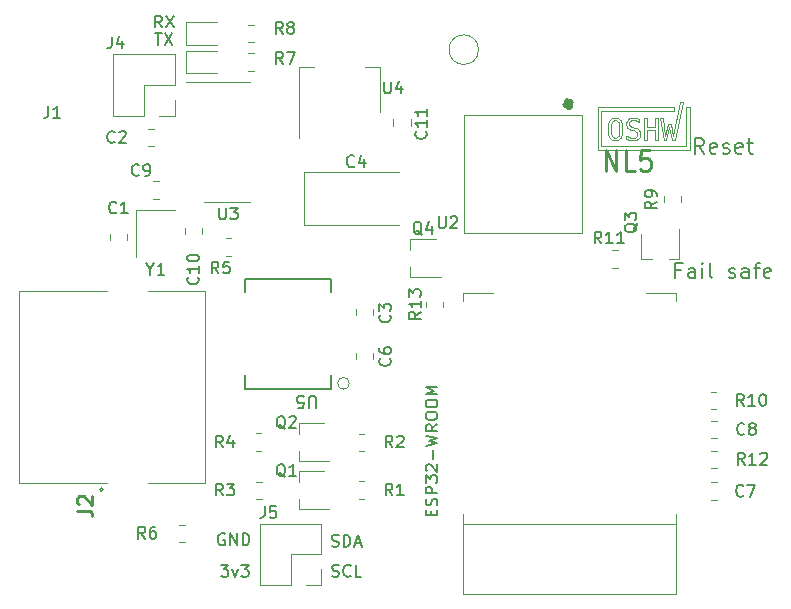
<source format=gto>
G04 #@! TF.GenerationSoftware,KiCad,Pcbnew,7.0.7*
G04 #@! TF.CreationDate,2023-11-16T11:56:59+01:00*
G04 #@! TF.ProjectId,ithowifi_4l,6974686f-7769-4666-995f-346c2e6b6963,rev?*
G04 #@! TF.SameCoordinates,Original*
G04 #@! TF.FileFunction,Legend,Top*
G04 #@! TF.FilePolarity,Positive*
%FSLAX46Y46*%
G04 Gerber Fmt 4.6, Leading zero omitted, Abs format (unit mm)*
G04 Created by KiCad (PCBNEW 7.0.7) date 2023-11-16 11:56:59*
%MOMM*%
%LPD*%
G01*
G04 APERTURE LIST*
%ADD10C,0.120000*%
%ADD11C,0.150000*%
%ADD12C,0.223242*%
%ADD13C,0.254000*%
%ADD14C,0.100000*%
%ADD15C,0.635000*%
%ADD16C,0.200000*%
G04 APERTURE END LIST*
D10*
X101288428Y-116331942D02*
X101377445Y-116071744D01*
X104331119Y-115827549D02*
X104331119Y-115827549D01*
X102851676Y-117612966D02*
X102829629Y-117603872D01*
X101869407Y-115997322D02*
X101828340Y-115997322D01*
X106453645Y-116579135D02*
X106203099Y-117679361D01*
X101801056Y-115793919D02*
X101869407Y-115793919D01*
X101609235Y-117365722D02*
X101705699Y-117467982D01*
X103995448Y-117173647D02*
X103995448Y-117231762D01*
X102206475Y-117105016D02*
X102227699Y-116842634D01*
X101512222Y-116667628D02*
X101512222Y-116755258D01*
X103123695Y-116500903D02*
X103334540Y-116590717D01*
X100713235Y-115233392D02*
X106816560Y-115233392D01*
X103859020Y-117553428D02*
X103831735Y-117576593D01*
X102310107Y-117516750D02*
X102142813Y-117655688D01*
X103093652Y-117687083D02*
X103071604Y-117682409D01*
X102903212Y-116637860D02*
X102835140Y-116519343D01*
X103755946Y-117136411D02*
X103695032Y-116989548D01*
X103074637Y-116760491D02*
X102942074Y-116677280D01*
X102450940Y-117177508D02*
X102361364Y-117437401D01*
X106322124Y-116336057D02*
X106583642Y-116336057D01*
X102157418Y-116201284D02*
X102143361Y-116172328D01*
X103112402Y-116490133D02*
X103123695Y-116500903D01*
X103831735Y-117576593D02*
X103804450Y-117599707D01*
X103755946Y-117189598D02*
X103755946Y-117136411D01*
X103254337Y-116823889D02*
X103074637Y-116760491D01*
X105520652Y-117679361D02*
X105268735Y-117679361D01*
X103355485Y-117715480D02*
X103289892Y-117715480D01*
X101532888Y-116405500D02*
X101512222Y-116667628D01*
X102033120Y-117468236D02*
X102129305Y-117367094D01*
X101937758Y-117715226D02*
X101869407Y-117715226D01*
X106111304Y-117330721D02*
X106322124Y-116336057D01*
X102142813Y-115853457D02*
X102310107Y-115992395D01*
X103399031Y-115997627D02*
X103270044Y-116018557D01*
X102335741Y-116032070D02*
X102361364Y-116071744D01*
X103296501Y-117512077D02*
X103355485Y-117512077D01*
X102361364Y-116071744D02*
X102450940Y-116331942D01*
X103650663Y-117427749D02*
X103668027Y-117413423D01*
X102129305Y-116143118D02*
X102033120Y-116040909D01*
X102806195Y-116285358D02*
X102847541Y-116118074D01*
X101828340Y-115997322D02*
X101705699Y-116040909D01*
X101377445Y-117438468D02*
X101288428Y-117178880D01*
X102206475Y-116405500D02*
X102157418Y-116201284D01*
X102142813Y-117655688D02*
X101937758Y-117715226D01*
X103365406Y-116598185D02*
X103496871Y-116627954D01*
X102806195Y-116341289D02*
X102806195Y-116285358D01*
X103472340Y-115794478D02*
X103620895Y-115815154D01*
X103524156Y-117490842D02*
X103633021Y-117441820D01*
X103630816Y-117680733D02*
X103424106Y-117715480D01*
X105268735Y-116586602D02*
X105268735Y-115827549D01*
X103071056Y-116177053D02*
X103045422Y-116271287D01*
X103000225Y-115919344D02*
X103166966Y-115831714D01*
X103695032Y-116989548D02*
X103682906Y-116977407D01*
X102227699Y-116667628D02*
X102206475Y-116405500D01*
X101800781Y-117715226D02*
X101595732Y-117655688D01*
X107886764Y-118200000D02*
X100713235Y-118200000D01*
X101595179Y-117336817D02*
X101609235Y-117365722D01*
X103888788Y-115890947D02*
X103888788Y-116145354D01*
X102227699Y-116755258D02*
X102227699Y-116755258D01*
X103115429Y-117691756D02*
X103093652Y-117687083D01*
X102033120Y-116040909D02*
X101910199Y-115997322D01*
X104583036Y-117679361D02*
X104331119Y-117679361D01*
X101532888Y-117103899D02*
X101581117Y-117307607D01*
X106942239Y-117679361D02*
X106705206Y-117679361D01*
X105268735Y-117679361D02*
X105268735Y-116797422D01*
X103659482Y-116034813D02*
X103640458Y-116028514D01*
X103668027Y-117413423D02*
X103729485Y-117325234D01*
X103965679Y-116972733D02*
X103995448Y-117123203D01*
X104583036Y-116586602D02*
X105268735Y-116586602D01*
X103729485Y-117325234D02*
X103755946Y-117223533D01*
X102157418Y-117308978D02*
X102206475Y-117105016D01*
X101869407Y-117715226D02*
X101800781Y-117715226D01*
X103270044Y-116018557D02*
X103165594Y-116066817D01*
X101595732Y-117655688D02*
X101428438Y-117517614D01*
X102922781Y-116657722D02*
X102903212Y-116637860D01*
X103045422Y-116302732D02*
X103045422Y-116349570D01*
X106816560Y-114915892D02*
X100395735Y-114915892D01*
X105933808Y-115827549D02*
X106111304Y-117330721D01*
X106816560Y-115233392D02*
X106816560Y-114915892D01*
X106705206Y-117679361D02*
X106453645Y-116579135D01*
X105966016Y-117679361D02*
X105689613Y-115827549D01*
X101288428Y-117178880D02*
X101250389Y-116861075D01*
X103640732Y-115819319D02*
X103660305Y-115823180D01*
X101910199Y-115997322D02*
X101869407Y-115997322D01*
X102489523Y-116755258D02*
X102489523Y-116755258D01*
X103721768Y-116705932D02*
X103856535Y-116797168D01*
X107397814Y-114451732D02*
X107642009Y-114451732D01*
X103428794Y-115997627D02*
X103399031Y-115997627D01*
X101428438Y-117517614D02*
X101403078Y-117478193D01*
X103165594Y-116066817D02*
X103148505Y-116080838D01*
X102361364Y-117437401D02*
X102335741Y-117477076D01*
X102227699Y-116755258D02*
X102227699Y-116667628D01*
X103101099Y-116479364D02*
X103112402Y-116490133D01*
X103045422Y-116349570D02*
X103101099Y-116479364D01*
X101869407Y-115793919D02*
X101937758Y-115793919D01*
X103045422Y-116271287D02*
X103045422Y-116302732D01*
X103583689Y-116912637D02*
X103460768Y-116871286D01*
X107893368Y-114915892D02*
X107886764Y-118200000D01*
X103460768Y-116871286D02*
X103430999Y-116864682D01*
X103804450Y-117599707D02*
X103630816Y-117680733D01*
X107642009Y-114451732D02*
X106942239Y-117679361D01*
X105268735Y-115827549D02*
X105520652Y-115827549D01*
X103416394Y-115794478D02*
X103472340Y-115794478D01*
X102129305Y-117367094D02*
X102143361Y-117338188D01*
X103660305Y-115823180D02*
X103867015Y-115882972D01*
X105520652Y-115827549D02*
X105520652Y-117679361D01*
X105689613Y-115827549D02*
X105689613Y-115827549D01*
X102489523Y-116649442D02*
X102489523Y-116755258D01*
X103876383Y-116818911D02*
X103896225Y-116840450D01*
X103856535Y-116797168D02*
X103876383Y-116818911D01*
X101512222Y-116755258D02*
X101512222Y-116842380D01*
X103071604Y-117682409D02*
X102851676Y-117612966D01*
X108204264Y-114915892D02*
X107893368Y-114915892D01*
X103119839Y-117476822D02*
X103296501Y-117512077D01*
X103448088Y-115997627D02*
X103428794Y-115997627D01*
X102972392Y-115944440D02*
X103000225Y-115919344D01*
X101705699Y-116040909D02*
X101609235Y-116143118D01*
X103633021Y-117441820D02*
X103650663Y-117427749D01*
X101403078Y-117478193D02*
X101377445Y-117438468D01*
X101705699Y-117467982D02*
X101828340Y-117511823D01*
X102143361Y-117338188D02*
X102157418Y-117308978D01*
X103098620Y-117469913D02*
X103119839Y-117476822D01*
X101250389Y-116755258D02*
X101250389Y-116649442D01*
X103148505Y-116080838D02*
X103131142Y-116094350D01*
X102835140Y-116519343D02*
X102806195Y-116385688D01*
X104583036Y-115827549D02*
X104583036Y-116586602D01*
X103355485Y-117512077D02*
X103397649Y-117512077D01*
X102944554Y-115969230D02*
X102972392Y-115944440D01*
X100395735Y-118517500D02*
X108204264Y-118517500D01*
X101910199Y-117511823D02*
X102033120Y-117468236D01*
X100713235Y-118200000D02*
X100713235Y-115233392D01*
X103166966Y-115831714D02*
X103353829Y-115794478D01*
X101250389Y-116649442D02*
X101288428Y-116331942D01*
X102450940Y-116331942D02*
X102489523Y-116649442D01*
X103131142Y-116094350D02*
X103071056Y-116177053D01*
X103289892Y-117715480D02*
X103115429Y-117691756D01*
X100395735Y-114915892D02*
X100395735Y-114915892D01*
X103640458Y-116028514D02*
X103448088Y-115997627D01*
X104331119Y-117679361D02*
X104331119Y-115827549D01*
X103077396Y-117462750D02*
X103098620Y-117469913D01*
X103334540Y-116590717D02*
X103365406Y-116598185D01*
X101595179Y-116172328D02*
X101581117Y-116201284D01*
X104583036Y-116797422D02*
X104583036Y-117679361D01*
X103620895Y-115815154D02*
X103640732Y-115819319D01*
X103896225Y-116840450D02*
X103965679Y-116972733D01*
X101377445Y-116071744D02*
X101403078Y-116032070D01*
X101596555Y-115853457D02*
X101801056Y-115793919D01*
X101512222Y-116842380D02*
X101532888Y-117103899D01*
X106203099Y-117679361D02*
X105966016Y-117679361D01*
X102806195Y-116385688D02*
X102806195Y-116341289D01*
X102847541Y-116118074D02*
X102944554Y-115969230D01*
X103867015Y-115882972D02*
X103888788Y-115891252D01*
X101828340Y-117511823D02*
X101869407Y-117511823D01*
X103297334Y-116833541D02*
X103254337Y-116823889D01*
X103995448Y-117123203D02*
X103995448Y-117173647D01*
X101403078Y-116032070D02*
X101428712Y-115992395D01*
X102829629Y-117603872D02*
X102829629Y-117337325D01*
X103540143Y-116637860D02*
X103721768Y-116705932D01*
X103888788Y-116145354D02*
X103869764Y-116132958D01*
X105268735Y-116797422D02*
X104583036Y-116797422D01*
X101428712Y-115992395D02*
X101596555Y-115853457D01*
X101937758Y-115793919D02*
X102142813Y-115853457D01*
X100395735Y-114915892D02*
X100395735Y-118517500D01*
X102489523Y-116860821D02*
X102450940Y-117177508D01*
X101581117Y-116201284D02*
X101532888Y-116405500D01*
X103670775Y-116965012D02*
X103583689Y-116912637D01*
X103678497Y-116040909D02*
X103659482Y-116034813D01*
X102942074Y-116677280D02*
X102922781Y-116657722D01*
X103995448Y-117231762D02*
X103954381Y-117406260D01*
X103353829Y-115794478D02*
X103416394Y-115794478D01*
X102853327Y-117352209D02*
X103077396Y-117462750D01*
X103682906Y-116977407D02*
X103670775Y-116965012D01*
X103424106Y-117715480D02*
X103355485Y-117715480D01*
X105689613Y-115827549D02*
X105933808Y-115827549D01*
X104331119Y-115827549D02*
X104583036Y-115827549D01*
X108204264Y-118517500D02*
X108204264Y-114915892D01*
X106583642Y-116336057D02*
X106797002Y-117333210D01*
X102310107Y-115992395D02*
X102335741Y-116032070D01*
X103869764Y-116132958D02*
X103678497Y-116040909D01*
X101250389Y-116861075D02*
X101250389Y-116755258D01*
X102335741Y-117477076D02*
X102310107Y-117516750D01*
X103954381Y-117406260D02*
X103859020Y-117553428D01*
X103430999Y-116864682D02*
X103297334Y-116833541D01*
X102489523Y-116755258D02*
X102489523Y-116860821D01*
X103888788Y-115891252D02*
X103888788Y-115890947D01*
X103397649Y-117512077D02*
X103524156Y-117490842D01*
X102829629Y-117337325D02*
X102853327Y-117352209D01*
X101609235Y-116143118D02*
X101595179Y-116172328D01*
X106797002Y-117333210D02*
X107397814Y-114451732D01*
X103496871Y-116627954D02*
X103540143Y-116637860D01*
X101581117Y-117307607D02*
X101595179Y-117336817D01*
X101869407Y-117511823D02*
X101910199Y-117511823D01*
X103755946Y-117223533D02*
X103755946Y-117189598D01*
X102227699Y-116842634D02*
X102227699Y-116755258D01*
X102143361Y-116172328D02*
X102129305Y-116143118D01*
D11*
X77905124Y-154610600D02*
X78047981Y-154658219D01*
X78047981Y-154658219D02*
X78286076Y-154658219D01*
X78286076Y-154658219D02*
X78381314Y-154610600D01*
X78381314Y-154610600D02*
X78428933Y-154562980D01*
X78428933Y-154562980D02*
X78476552Y-154467742D01*
X78476552Y-154467742D02*
X78476552Y-154372504D01*
X78476552Y-154372504D02*
X78428933Y-154277266D01*
X78428933Y-154277266D02*
X78381314Y-154229647D01*
X78381314Y-154229647D02*
X78286076Y-154182028D01*
X78286076Y-154182028D02*
X78095600Y-154134409D01*
X78095600Y-154134409D02*
X78000362Y-154086790D01*
X78000362Y-154086790D02*
X77952743Y-154039171D01*
X77952743Y-154039171D02*
X77905124Y-153943933D01*
X77905124Y-153943933D02*
X77905124Y-153848695D01*
X77905124Y-153848695D02*
X77952743Y-153753457D01*
X77952743Y-153753457D02*
X78000362Y-153705838D01*
X78000362Y-153705838D02*
X78095600Y-153658219D01*
X78095600Y-153658219D02*
X78333695Y-153658219D01*
X78333695Y-153658219D02*
X78476552Y-153705838D01*
X79476552Y-154562980D02*
X79428933Y-154610600D01*
X79428933Y-154610600D02*
X79286076Y-154658219D01*
X79286076Y-154658219D02*
X79190838Y-154658219D01*
X79190838Y-154658219D02*
X79047981Y-154610600D01*
X79047981Y-154610600D02*
X78952743Y-154515361D01*
X78952743Y-154515361D02*
X78905124Y-154420123D01*
X78905124Y-154420123D02*
X78857505Y-154229647D01*
X78857505Y-154229647D02*
X78857505Y-154086790D01*
X78857505Y-154086790D02*
X78905124Y-153896314D01*
X78905124Y-153896314D02*
X78952743Y-153801076D01*
X78952743Y-153801076D02*
X79047981Y-153705838D01*
X79047981Y-153705838D02*
X79190838Y-153658219D01*
X79190838Y-153658219D02*
X79286076Y-153658219D01*
X79286076Y-153658219D02*
X79428933Y-153705838D01*
X79428933Y-153705838D02*
X79476552Y-153753457D01*
X80381314Y-154658219D02*
X79905124Y-154658219D01*
X79905124Y-154658219D02*
X79905124Y-153658219D01*
X77881314Y-152070600D02*
X78024171Y-152118219D01*
X78024171Y-152118219D02*
X78262266Y-152118219D01*
X78262266Y-152118219D02*
X78357504Y-152070600D01*
X78357504Y-152070600D02*
X78405123Y-152022980D01*
X78405123Y-152022980D02*
X78452742Y-151927742D01*
X78452742Y-151927742D02*
X78452742Y-151832504D01*
X78452742Y-151832504D02*
X78405123Y-151737266D01*
X78405123Y-151737266D02*
X78357504Y-151689647D01*
X78357504Y-151689647D02*
X78262266Y-151642028D01*
X78262266Y-151642028D02*
X78071790Y-151594409D01*
X78071790Y-151594409D02*
X77976552Y-151546790D01*
X77976552Y-151546790D02*
X77928933Y-151499171D01*
X77928933Y-151499171D02*
X77881314Y-151403933D01*
X77881314Y-151403933D02*
X77881314Y-151308695D01*
X77881314Y-151308695D02*
X77928933Y-151213457D01*
X77928933Y-151213457D02*
X77976552Y-151165838D01*
X77976552Y-151165838D02*
X78071790Y-151118219D01*
X78071790Y-151118219D02*
X78309885Y-151118219D01*
X78309885Y-151118219D02*
X78452742Y-151165838D01*
X78881314Y-152118219D02*
X78881314Y-151118219D01*
X78881314Y-151118219D02*
X79119409Y-151118219D01*
X79119409Y-151118219D02*
X79262266Y-151165838D01*
X79262266Y-151165838D02*
X79357504Y-151261076D01*
X79357504Y-151261076D02*
X79405123Y-151356314D01*
X79405123Y-151356314D02*
X79452742Y-151546790D01*
X79452742Y-151546790D02*
X79452742Y-151689647D01*
X79452742Y-151689647D02*
X79405123Y-151880123D01*
X79405123Y-151880123D02*
X79357504Y-151975361D01*
X79357504Y-151975361D02*
X79262266Y-152070600D01*
X79262266Y-152070600D02*
X79119409Y-152118219D01*
X79119409Y-152118219D02*
X78881314Y-152118219D01*
X79833695Y-151832504D02*
X80309885Y-151832504D01*
X79738457Y-152118219D02*
X80071790Y-151118219D01*
X80071790Y-151118219D02*
X80405123Y-152118219D01*
X68808695Y-151038838D02*
X68713457Y-150991219D01*
X68713457Y-150991219D02*
X68570600Y-150991219D01*
X68570600Y-150991219D02*
X68427743Y-151038838D01*
X68427743Y-151038838D02*
X68332505Y-151134076D01*
X68332505Y-151134076D02*
X68284886Y-151229314D01*
X68284886Y-151229314D02*
X68237267Y-151419790D01*
X68237267Y-151419790D02*
X68237267Y-151562647D01*
X68237267Y-151562647D02*
X68284886Y-151753123D01*
X68284886Y-151753123D02*
X68332505Y-151848361D01*
X68332505Y-151848361D02*
X68427743Y-151943600D01*
X68427743Y-151943600D02*
X68570600Y-151991219D01*
X68570600Y-151991219D02*
X68665838Y-151991219D01*
X68665838Y-151991219D02*
X68808695Y-151943600D01*
X68808695Y-151943600D02*
X68856314Y-151895980D01*
X68856314Y-151895980D02*
X68856314Y-151562647D01*
X68856314Y-151562647D02*
X68665838Y-151562647D01*
X69284886Y-151991219D02*
X69284886Y-150991219D01*
X69284886Y-150991219D02*
X69856314Y-151991219D01*
X69856314Y-151991219D02*
X69856314Y-150991219D01*
X70332505Y-151991219D02*
X70332505Y-150991219D01*
X70332505Y-150991219D02*
X70570600Y-150991219D01*
X70570600Y-150991219D02*
X70713457Y-151038838D01*
X70713457Y-151038838D02*
X70808695Y-151134076D01*
X70808695Y-151134076D02*
X70856314Y-151229314D01*
X70856314Y-151229314D02*
X70903933Y-151419790D01*
X70903933Y-151419790D02*
X70903933Y-151562647D01*
X70903933Y-151562647D02*
X70856314Y-151753123D01*
X70856314Y-151753123D02*
X70808695Y-151848361D01*
X70808695Y-151848361D02*
X70713457Y-151943600D01*
X70713457Y-151943600D02*
X70570600Y-151991219D01*
X70570600Y-151991219D02*
X70332505Y-151991219D01*
X68507124Y-153658219D02*
X69126171Y-153658219D01*
X69126171Y-153658219D02*
X68792838Y-154039171D01*
X68792838Y-154039171D02*
X68935695Y-154039171D01*
X68935695Y-154039171D02*
X69030933Y-154086790D01*
X69030933Y-154086790D02*
X69078552Y-154134409D01*
X69078552Y-154134409D02*
X69126171Y-154229647D01*
X69126171Y-154229647D02*
X69126171Y-154467742D01*
X69126171Y-154467742D02*
X69078552Y-154562980D01*
X69078552Y-154562980D02*
X69030933Y-154610600D01*
X69030933Y-154610600D02*
X68935695Y-154658219D01*
X68935695Y-154658219D02*
X68649981Y-154658219D01*
X68649981Y-154658219D02*
X68554743Y-154610600D01*
X68554743Y-154610600D02*
X68507124Y-154562980D01*
X69459505Y-153991552D02*
X69697600Y-154658219D01*
X69697600Y-154658219D02*
X69935695Y-153991552D01*
X70221410Y-153658219D02*
X70840457Y-153658219D01*
X70840457Y-153658219D02*
X70507124Y-154039171D01*
X70507124Y-154039171D02*
X70649981Y-154039171D01*
X70649981Y-154039171D02*
X70745219Y-154086790D01*
X70745219Y-154086790D02*
X70792838Y-154134409D01*
X70792838Y-154134409D02*
X70840457Y-154229647D01*
X70840457Y-154229647D02*
X70840457Y-154467742D01*
X70840457Y-154467742D02*
X70792838Y-154562980D01*
X70792838Y-154562980D02*
X70745219Y-154610600D01*
X70745219Y-154610600D02*
X70649981Y-154658219D01*
X70649981Y-154658219D02*
X70364267Y-154658219D01*
X70364267Y-154658219D02*
X70269029Y-154610600D01*
X70269029Y-154610600D02*
X70221410Y-154562980D01*
D12*
X101065629Y-120348069D02*
X101065629Y-118562129D01*
X101065629Y-118562129D02*
X101984112Y-120348069D01*
X101984112Y-120348069D02*
X101984112Y-118562129D01*
X103514918Y-120348069D02*
X102749515Y-120348069D01*
X102749515Y-120348069D02*
X102749515Y-118562129D01*
X104816103Y-118562129D02*
X104050700Y-118562129D01*
X104050700Y-118562129D02*
X103974160Y-119412577D01*
X103974160Y-119412577D02*
X104050700Y-119327532D01*
X104050700Y-119327532D02*
X104203781Y-119242487D01*
X104203781Y-119242487D02*
X104586482Y-119242487D01*
X104586482Y-119242487D02*
X104739563Y-119327532D01*
X104739563Y-119327532D02*
X104816103Y-119412577D01*
X104816103Y-119412577D02*
X104892643Y-119582666D01*
X104892643Y-119582666D02*
X104892643Y-120007890D01*
X104892643Y-120007890D02*
X104816103Y-120177980D01*
X104816103Y-120177980D02*
X104739563Y-120263025D01*
X104739563Y-120263025D02*
X104586482Y-120348069D01*
X104586482Y-120348069D02*
X104203781Y-120348069D01*
X104203781Y-120348069D02*
X104050700Y-120263025D01*
X104050700Y-120263025D02*
X103974160Y-120177980D01*
D11*
X86291009Y-149470380D02*
X86291009Y-149137047D01*
X86814819Y-148994190D02*
X86814819Y-149470380D01*
X86814819Y-149470380D02*
X85814819Y-149470380D01*
X85814819Y-149470380D02*
X85814819Y-148994190D01*
X86767200Y-148613237D02*
X86814819Y-148470380D01*
X86814819Y-148470380D02*
X86814819Y-148232285D01*
X86814819Y-148232285D02*
X86767200Y-148137047D01*
X86767200Y-148137047D02*
X86719580Y-148089428D01*
X86719580Y-148089428D02*
X86624342Y-148041809D01*
X86624342Y-148041809D02*
X86529104Y-148041809D01*
X86529104Y-148041809D02*
X86433866Y-148089428D01*
X86433866Y-148089428D02*
X86386247Y-148137047D01*
X86386247Y-148137047D02*
X86338628Y-148232285D01*
X86338628Y-148232285D02*
X86291009Y-148422761D01*
X86291009Y-148422761D02*
X86243390Y-148517999D01*
X86243390Y-148517999D02*
X86195771Y-148565618D01*
X86195771Y-148565618D02*
X86100533Y-148613237D01*
X86100533Y-148613237D02*
X86005295Y-148613237D01*
X86005295Y-148613237D02*
X85910057Y-148565618D01*
X85910057Y-148565618D02*
X85862438Y-148517999D01*
X85862438Y-148517999D02*
X85814819Y-148422761D01*
X85814819Y-148422761D02*
X85814819Y-148184666D01*
X85814819Y-148184666D02*
X85862438Y-148041809D01*
X86814819Y-147613237D02*
X85814819Y-147613237D01*
X85814819Y-147613237D02*
X85814819Y-147232285D01*
X85814819Y-147232285D02*
X85862438Y-147137047D01*
X85862438Y-147137047D02*
X85910057Y-147089428D01*
X85910057Y-147089428D02*
X86005295Y-147041809D01*
X86005295Y-147041809D02*
X86148152Y-147041809D01*
X86148152Y-147041809D02*
X86243390Y-147089428D01*
X86243390Y-147089428D02*
X86291009Y-147137047D01*
X86291009Y-147137047D02*
X86338628Y-147232285D01*
X86338628Y-147232285D02*
X86338628Y-147613237D01*
X85814819Y-146708475D02*
X85814819Y-146089428D01*
X85814819Y-146089428D02*
X86195771Y-146422761D01*
X86195771Y-146422761D02*
X86195771Y-146279904D01*
X86195771Y-146279904D02*
X86243390Y-146184666D01*
X86243390Y-146184666D02*
X86291009Y-146137047D01*
X86291009Y-146137047D02*
X86386247Y-146089428D01*
X86386247Y-146089428D02*
X86624342Y-146089428D01*
X86624342Y-146089428D02*
X86719580Y-146137047D01*
X86719580Y-146137047D02*
X86767200Y-146184666D01*
X86767200Y-146184666D02*
X86814819Y-146279904D01*
X86814819Y-146279904D02*
X86814819Y-146565618D01*
X86814819Y-146565618D02*
X86767200Y-146660856D01*
X86767200Y-146660856D02*
X86719580Y-146708475D01*
X85910057Y-145708475D02*
X85862438Y-145660856D01*
X85862438Y-145660856D02*
X85814819Y-145565618D01*
X85814819Y-145565618D02*
X85814819Y-145327523D01*
X85814819Y-145327523D02*
X85862438Y-145232285D01*
X85862438Y-145232285D02*
X85910057Y-145184666D01*
X85910057Y-145184666D02*
X86005295Y-145137047D01*
X86005295Y-145137047D02*
X86100533Y-145137047D01*
X86100533Y-145137047D02*
X86243390Y-145184666D01*
X86243390Y-145184666D02*
X86814819Y-145756094D01*
X86814819Y-145756094D02*
X86814819Y-145137047D01*
X86433866Y-144708475D02*
X86433866Y-143946571D01*
X85814819Y-143565618D02*
X86814819Y-143327523D01*
X86814819Y-143327523D02*
X86100533Y-143137047D01*
X86100533Y-143137047D02*
X86814819Y-142946571D01*
X86814819Y-142946571D02*
X85814819Y-142708476D01*
X86814819Y-141756095D02*
X86338628Y-142089428D01*
X86814819Y-142327523D02*
X85814819Y-142327523D01*
X85814819Y-142327523D02*
X85814819Y-141946571D01*
X85814819Y-141946571D02*
X85862438Y-141851333D01*
X85862438Y-141851333D02*
X85910057Y-141803714D01*
X85910057Y-141803714D02*
X86005295Y-141756095D01*
X86005295Y-141756095D02*
X86148152Y-141756095D01*
X86148152Y-141756095D02*
X86243390Y-141803714D01*
X86243390Y-141803714D02*
X86291009Y-141851333D01*
X86291009Y-141851333D02*
X86338628Y-141946571D01*
X86338628Y-141946571D02*
X86338628Y-142327523D01*
X85814819Y-141137047D02*
X85814819Y-140946571D01*
X85814819Y-140946571D02*
X85862438Y-140851333D01*
X85862438Y-140851333D02*
X85957676Y-140756095D01*
X85957676Y-140756095D02*
X86148152Y-140708476D01*
X86148152Y-140708476D02*
X86481485Y-140708476D01*
X86481485Y-140708476D02*
X86671961Y-140756095D01*
X86671961Y-140756095D02*
X86767200Y-140851333D01*
X86767200Y-140851333D02*
X86814819Y-140946571D01*
X86814819Y-140946571D02*
X86814819Y-141137047D01*
X86814819Y-141137047D02*
X86767200Y-141232285D01*
X86767200Y-141232285D02*
X86671961Y-141327523D01*
X86671961Y-141327523D02*
X86481485Y-141375142D01*
X86481485Y-141375142D02*
X86148152Y-141375142D01*
X86148152Y-141375142D02*
X85957676Y-141327523D01*
X85957676Y-141327523D02*
X85862438Y-141232285D01*
X85862438Y-141232285D02*
X85814819Y-141137047D01*
X85814819Y-140089428D02*
X85814819Y-139898952D01*
X85814819Y-139898952D02*
X85862438Y-139803714D01*
X85862438Y-139803714D02*
X85957676Y-139708476D01*
X85957676Y-139708476D02*
X86148152Y-139660857D01*
X86148152Y-139660857D02*
X86481485Y-139660857D01*
X86481485Y-139660857D02*
X86671961Y-139708476D01*
X86671961Y-139708476D02*
X86767200Y-139803714D01*
X86767200Y-139803714D02*
X86814819Y-139898952D01*
X86814819Y-139898952D02*
X86814819Y-140089428D01*
X86814819Y-140089428D02*
X86767200Y-140184666D01*
X86767200Y-140184666D02*
X86671961Y-140279904D01*
X86671961Y-140279904D02*
X86481485Y-140327523D01*
X86481485Y-140327523D02*
X86148152Y-140327523D01*
X86148152Y-140327523D02*
X85957676Y-140279904D01*
X85957676Y-140279904D02*
X85862438Y-140184666D01*
X85862438Y-140184666D02*
X85814819Y-140089428D01*
X86814819Y-139232285D02*
X85814819Y-139232285D01*
X85814819Y-139232285D02*
X86529104Y-138898952D01*
X86529104Y-138898952D02*
X85814819Y-138565619D01*
X85814819Y-138565619D02*
X86814819Y-138565619D01*
X112751142Y-140188819D02*
X112417809Y-139712628D01*
X112179714Y-140188819D02*
X112179714Y-139188819D01*
X112179714Y-139188819D02*
X112560666Y-139188819D01*
X112560666Y-139188819D02*
X112655904Y-139236438D01*
X112655904Y-139236438D02*
X112703523Y-139284057D01*
X112703523Y-139284057D02*
X112751142Y-139379295D01*
X112751142Y-139379295D02*
X112751142Y-139522152D01*
X112751142Y-139522152D02*
X112703523Y-139617390D01*
X112703523Y-139617390D02*
X112655904Y-139665009D01*
X112655904Y-139665009D02*
X112560666Y-139712628D01*
X112560666Y-139712628D02*
X112179714Y-139712628D01*
X113703523Y-140188819D02*
X113132095Y-140188819D01*
X113417809Y-140188819D02*
X113417809Y-139188819D01*
X113417809Y-139188819D02*
X113322571Y-139331676D01*
X113322571Y-139331676D02*
X113227333Y-139426914D01*
X113227333Y-139426914D02*
X113132095Y-139474533D01*
X114322571Y-139188819D02*
X114417809Y-139188819D01*
X114417809Y-139188819D02*
X114513047Y-139236438D01*
X114513047Y-139236438D02*
X114560666Y-139284057D01*
X114560666Y-139284057D02*
X114608285Y-139379295D01*
X114608285Y-139379295D02*
X114655904Y-139569771D01*
X114655904Y-139569771D02*
X114655904Y-139807866D01*
X114655904Y-139807866D02*
X114608285Y-139998342D01*
X114608285Y-139998342D02*
X114560666Y-140093580D01*
X114560666Y-140093580D02*
X114513047Y-140141200D01*
X114513047Y-140141200D02*
X114417809Y-140188819D01*
X114417809Y-140188819D02*
X114322571Y-140188819D01*
X114322571Y-140188819D02*
X114227333Y-140141200D01*
X114227333Y-140141200D02*
X114179714Y-140093580D01*
X114179714Y-140093580D02*
X114132095Y-139998342D01*
X114132095Y-139998342D02*
X114084476Y-139807866D01*
X114084476Y-139807866D02*
X114084476Y-139569771D01*
X114084476Y-139569771D02*
X114132095Y-139379295D01*
X114132095Y-139379295D02*
X114179714Y-139284057D01*
X114179714Y-139284057D02*
X114227333Y-139236438D01*
X114227333Y-139236438D02*
X114322571Y-139188819D01*
X72183666Y-148679819D02*
X72183666Y-149394104D01*
X72183666Y-149394104D02*
X72136047Y-149536961D01*
X72136047Y-149536961D02*
X72040809Y-149632200D01*
X72040809Y-149632200D02*
X71897952Y-149679819D01*
X71897952Y-149679819D02*
X71802714Y-149679819D01*
X73136047Y-148679819D02*
X72659857Y-148679819D01*
X72659857Y-148679819D02*
X72612238Y-149156009D01*
X72612238Y-149156009D02*
X72659857Y-149108390D01*
X72659857Y-149108390D02*
X72755095Y-149060771D01*
X72755095Y-149060771D02*
X72993190Y-149060771D01*
X72993190Y-149060771D02*
X73088428Y-149108390D01*
X73088428Y-149108390D02*
X73136047Y-149156009D01*
X73136047Y-149156009D02*
X73183666Y-149251247D01*
X73183666Y-149251247D02*
X73183666Y-149489342D01*
X73183666Y-149489342D02*
X73136047Y-149584580D01*
X73136047Y-149584580D02*
X73088428Y-149632200D01*
X73088428Y-149632200D02*
X72993190Y-149679819D01*
X72993190Y-149679819D02*
X72755095Y-149679819D01*
X72755095Y-149679819D02*
X72659857Y-149632200D01*
X72659857Y-149632200D02*
X72612238Y-149584580D01*
X112831642Y-145171319D02*
X112498309Y-144695128D01*
X112260214Y-145171319D02*
X112260214Y-144171319D01*
X112260214Y-144171319D02*
X112641166Y-144171319D01*
X112641166Y-144171319D02*
X112736404Y-144218938D01*
X112736404Y-144218938D02*
X112784023Y-144266557D01*
X112784023Y-144266557D02*
X112831642Y-144361795D01*
X112831642Y-144361795D02*
X112831642Y-144504652D01*
X112831642Y-144504652D02*
X112784023Y-144599890D01*
X112784023Y-144599890D02*
X112736404Y-144647509D01*
X112736404Y-144647509D02*
X112641166Y-144695128D01*
X112641166Y-144695128D02*
X112260214Y-144695128D01*
X113784023Y-145171319D02*
X113212595Y-145171319D01*
X113498309Y-145171319D02*
X113498309Y-144171319D01*
X113498309Y-144171319D02*
X113403071Y-144314176D01*
X113403071Y-144314176D02*
X113307833Y-144409414D01*
X113307833Y-144409414D02*
X113212595Y-144457033D01*
X114164976Y-144266557D02*
X114212595Y-144218938D01*
X114212595Y-144218938D02*
X114307833Y-144171319D01*
X114307833Y-144171319D02*
X114545928Y-144171319D01*
X114545928Y-144171319D02*
X114641166Y-144218938D01*
X114641166Y-144218938D02*
X114688785Y-144266557D01*
X114688785Y-144266557D02*
X114736404Y-144361795D01*
X114736404Y-144361795D02*
X114736404Y-144457033D01*
X114736404Y-144457033D02*
X114688785Y-144599890D01*
X114688785Y-144599890D02*
X114117357Y-145171319D01*
X114117357Y-145171319D02*
X114736404Y-145171319D01*
X85404819Y-132230357D02*
X84928628Y-132563690D01*
X85404819Y-132801785D02*
X84404819Y-132801785D01*
X84404819Y-132801785D02*
X84404819Y-132420833D01*
X84404819Y-132420833D02*
X84452438Y-132325595D01*
X84452438Y-132325595D02*
X84500057Y-132277976D01*
X84500057Y-132277976D02*
X84595295Y-132230357D01*
X84595295Y-132230357D02*
X84738152Y-132230357D01*
X84738152Y-132230357D02*
X84833390Y-132277976D01*
X84833390Y-132277976D02*
X84881009Y-132325595D01*
X84881009Y-132325595D02*
X84928628Y-132420833D01*
X84928628Y-132420833D02*
X84928628Y-132801785D01*
X85404819Y-131277976D02*
X85404819Y-131849404D01*
X85404819Y-131563690D02*
X84404819Y-131563690D01*
X84404819Y-131563690D02*
X84547676Y-131658928D01*
X84547676Y-131658928D02*
X84642914Y-131754166D01*
X84642914Y-131754166D02*
X84690533Y-131849404D01*
X84404819Y-130944642D02*
X84404819Y-130325595D01*
X84404819Y-130325595D02*
X84785771Y-130658928D01*
X84785771Y-130658928D02*
X84785771Y-130516071D01*
X84785771Y-130516071D02*
X84833390Y-130420833D01*
X84833390Y-130420833D02*
X84881009Y-130373214D01*
X84881009Y-130373214D02*
X84976247Y-130325595D01*
X84976247Y-130325595D02*
X85214342Y-130325595D01*
X85214342Y-130325595D02*
X85309580Y-130373214D01*
X85309580Y-130373214D02*
X85357200Y-130420833D01*
X85357200Y-130420833D02*
X85404819Y-130516071D01*
X85404819Y-130516071D02*
X85404819Y-130801785D01*
X85404819Y-130801785D02*
X85357200Y-130897023D01*
X85357200Y-130897023D02*
X85309580Y-130944642D01*
X53870266Y-114796219D02*
X53870266Y-115510504D01*
X53870266Y-115510504D02*
X53822647Y-115653361D01*
X53822647Y-115653361D02*
X53727409Y-115748600D01*
X53727409Y-115748600D02*
X53584552Y-115796219D01*
X53584552Y-115796219D02*
X53489314Y-115796219D01*
X54870266Y-115796219D02*
X54298838Y-115796219D01*
X54584552Y-115796219D02*
X54584552Y-114796219D01*
X54584552Y-114796219D02*
X54489314Y-114939076D01*
X54489314Y-114939076D02*
X54394076Y-115034314D01*
X54394076Y-115034314D02*
X54298838Y-115081933D01*
X112719333Y-147777080D02*
X112671714Y-147824700D01*
X112671714Y-147824700D02*
X112528857Y-147872319D01*
X112528857Y-147872319D02*
X112433619Y-147872319D01*
X112433619Y-147872319D02*
X112290762Y-147824700D01*
X112290762Y-147824700D02*
X112195524Y-147729461D01*
X112195524Y-147729461D02*
X112147905Y-147634223D01*
X112147905Y-147634223D02*
X112100286Y-147443747D01*
X112100286Y-147443747D02*
X112100286Y-147300890D01*
X112100286Y-147300890D02*
X112147905Y-147110414D01*
X112147905Y-147110414D02*
X112195524Y-147015176D01*
X112195524Y-147015176D02*
X112290762Y-146919938D01*
X112290762Y-146919938D02*
X112433619Y-146872319D01*
X112433619Y-146872319D02*
X112528857Y-146872319D01*
X112528857Y-146872319D02*
X112671714Y-146919938D01*
X112671714Y-146919938D02*
X112719333Y-146967557D01*
X113052667Y-146872319D02*
X113719333Y-146872319D01*
X113719333Y-146872319D02*
X113290762Y-147872319D01*
X73945761Y-142155057D02*
X73850523Y-142107438D01*
X73850523Y-142107438D02*
X73755285Y-142012200D01*
X73755285Y-142012200D02*
X73612428Y-141869342D01*
X73612428Y-141869342D02*
X73517190Y-141821723D01*
X73517190Y-141821723D02*
X73421952Y-141821723D01*
X73469571Y-142059819D02*
X73374333Y-142012200D01*
X73374333Y-142012200D02*
X73279095Y-141916961D01*
X73279095Y-141916961D02*
X73231476Y-141726485D01*
X73231476Y-141726485D02*
X73231476Y-141393152D01*
X73231476Y-141393152D02*
X73279095Y-141202676D01*
X73279095Y-141202676D02*
X73374333Y-141107438D01*
X73374333Y-141107438D02*
X73469571Y-141059819D01*
X73469571Y-141059819D02*
X73660047Y-141059819D01*
X73660047Y-141059819D02*
X73755285Y-141107438D01*
X73755285Y-141107438D02*
X73850523Y-141202676D01*
X73850523Y-141202676D02*
X73898142Y-141393152D01*
X73898142Y-141393152D02*
X73898142Y-141726485D01*
X73898142Y-141726485D02*
X73850523Y-141916961D01*
X73850523Y-141916961D02*
X73755285Y-142012200D01*
X73755285Y-142012200D02*
X73660047Y-142059819D01*
X73660047Y-142059819D02*
X73469571Y-142059819D01*
X74279095Y-141155057D02*
X74326714Y-141107438D01*
X74326714Y-141107438D02*
X74421952Y-141059819D01*
X74421952Y-141059819D02*
X74660047Y-141059819D01*
X74660047Y-141059819D02*
X74755285Y-141107438D01*
X74755285Y-141107438D02*
X74802904Y-141155057D01*
X74802904Y-141155057D02*
X74850523Y-141250295D01*
X74850523Y-141250295D02*
X74850523Y-141345533D01*
X74850523Y-141345533D02*
X74802904Y-141488390D01*
X74802904Y-141488390D02*
X74231476Y-142059819D01*
X74231476Y-142059819D02*
X74850523Y-142059819D01*
X73945761Y-146219057D02*
X73850523Y-146171438D01*
X73850523Y-146171438D02*
X73755285Y-146076200D01*
X73755285Y-146076200D02*
X73612428Y-145933342D01*
X73612428Y-145933342D02*
X73517190Y-145885723D01*
X73517190Y-145885723D02*
X73421952Y-145885723D01*
X73469571Y-146123819D02*
X73374333Y-146076200D01*
X73374333Y-146076200D02*
X73279095Y-145980961D01*
X73279095Y-145980961D02*
X73231476Y-145790485D01*
X73231476Y-145790485D02*
X73231476Y-145457152D01*
X73231476Y-145457152D02*
X73279095Y-145266676D01*
X73279095Y-145266676D02*
X73374333Y-145171438D01*
X73374333Y-145171438D02*
X73469571Y-145123819D01*
X73469571Y-145123819D02*
X73660047Y-145123819D01*
X73660047Y-145123819D02*
X73755285Y-145171438D01*
X73755285Y-145171438D02*
X73850523Y-145266676D01*
X73850523Y-145266676D02*
X73898142Y-145457152D01*
X73898142Y-145457152D02*
X73898142Y-145790485D01*
X73898142Y-145790485D02*
X73850523Y-145980961D01*
X73850523Y-145980961D02*
X73755285Y-146076200D01*
X73755285Y-146076200D02*
X73660047Y-146123819D01*
X73660047Y-146123819D02*
X73469571Y-146123819D01*
X74850523Y-146123819D02*
X74279095Y-146123819D01*
X74564809Y-146123819D02*
X74564809Y-145123819D01*
X74564809Y-145123819D02*
X74469571Y-145266676D01*
X74469571Y-145266676D02*
X74374333Y-145361914D01*
X74374333Y-145361914D02*
X74279095Y-145409533D01*
X83018333Y-147774819D02*
X82685000Y-147298628D01*
X82446905Y-147774819D02*
X82446905Y-146774819D01*
X82446905Y-146774819D02*
X82827857Y-146774819D01*
X82827857Y-146774819D02*
X82923095Y-146822438D01*
X82923095Y-146822438D02*
X82970714Y-146870057D01*
X82970714Y-146870057D02*
X83018333Y-146965295D01*
X83018333Y-146965295D02*
X83018333Y-147108152D01*
X83018333Y-147108152D02*
X82970714Y-147203390D01*
X82970714Y-147203390D02*
X82923095Y-147251009D01*
X82923095Y-147251009D02*
X82827857Y-147298628D01*
X82827857Y-147298628D02*
X82446905Y-147298628D01*
X83970714Y-147774819D02*
X83399286Y-147774819D01*
X83685000Y-147774819D02*
X83685000Y-146774819D01*
X83685000Y-146774819D02*
X83589762Y-146917676D01*
X83589762Y-146917676D02*
X83494524Y-147012914D01*
X83494524Y-147012914D02*
X83399286Y-147060533D01*
X83018333Y-143710819D02*
X82685000Y-143234628D01*
X82446905Y-143710819D02*
X82446905Y-142710819D01*
X82446905Y-142710819D02*
X82827857Y-142710819D01*
X82827857Y-142710819D02*
X82923095Y-142758438D01*
X82923095Y-142758438D02*
X82970714Y-142806057D01*
X82970714Y-142806057D02*
X83018333Y-142901295D01*
X83018333Y-142901295D02*
X83018333Y-143044152D01*
X83018333Y-143044152D02*
X82970714Y-143139390D01*
X82970714Y-143139390D02*
X82923095Y-143187009D01*
X82923095Y-143187009D02*
X82827857Y-143234628D01*
X82827857Y-143234628D02*
X82446905Y-143234628D01*
X83399286Y-142806057D02*
X83446905Y-142758438D01*
X83446905Y-142758438D02*
X83542143Y-142710819D01*
X83542143Y-142710819D02*
X83780238Y-142710819D01*
X83780238Y-142710819D02*
X83875476Y-142758438D01*
X83875476Y-142758438D02*
X83923095Y-142806057D01*
X83923095Y-142806057D02*
X83970714Y-142901295D01*
X83970714Y-142901295D02*
X83970714Y-142996533D01*
X83970714Y-142996533D02*
X83923095Y-143139390D01*
X83923095Y-143139390D02*
X83351667Y-143710819D01*
X83351667Y-143710819D02*
X83970714Y-143710819D01*
X68667333Y-147774819D02*
X68334000Y-147298628D01*
X68095905Y-147774819D02*
X68095905Y-146774819D01*
X68095905Y-146774819D02*
X68476857Y-146774819D01*
X68476857Y-146774819D02*
X68572095Y-146822438D01*
X68572095Y-146822438D02*
X68619714Y-146870057D01*
X68619714Y-146870057D02*
X68667333Y-146965295D01*
X68667333Y-146965295D02*
X68667333Y-147108152D01*
X68667333Y-147108152D02*
X68619714Y-147203390D01*
X68619714Y-147203390D02*
X68572095Y-147251009D01*
X68572095Y-147251009D02*
X68476857Y-147298628D01*
X68476857Y-147298628D02*
X68095905Y-147298628D01*
X69000667Y-146774819D02*
X69619714Y-146774819D01*
X69619714Y-146774819D02*
X69286381Y-147155771D01*
X69286381Y-147155771D02*
X69429238Y-147155771D01*
X69429238Y-147155771D02*
X69524476Y-147203390D01*
X69524476Y-147203390D02*
X69572095Y-147251009D01*
X69572095Y-147251009D02*
X69619714Y-147346247D01*
X69619714Y-147346247D02*
X69619714Y-147584342D01*
X69619714Y-147584342D02*
X69572095Y-147679580D01*
X69572095Y-147679580D02*
X69524476Y-147727200D01*
X69524476Y-147727200D02*
X69429238Y-147774819D01*
X69429238Y-147774819D02*
X69143524Y-147774819D01*
X69143524Y-147774819D02*
X69048286Y-147727200D01*
X69048286Y-147727200D02*
X69000667Y-147679580D01*
X68286333Y-128978819D02*
X67953000Y-128502628D01*
X67714905Y-128978819D02*
X67714905Y-127978819D01*
X67714905Y-127978819D02*
X68095857Y-127978819D01*
X68095857Y-127978819D02*
X68191095Y-128026438D01*
X68191095Y-128026438D02*
X68238714Y-128074057D01*
X68238714Y-128074057D02*
X68286333Y-128169295D01*
X68286333Y-128169295D02*
X68286333Y-128312152D01*
X68286333Y-128312152D02*
X68238714Y-128407390D01*
X68238714Y-128407390D02*
X68191095Y-128455009D01*
X68191095Y-128455009D02*
X68095857Y-128502628D01*
X68095857Y-128502628D02*
X67714905Y-128502628D01*
X69191095Y-127978819D02*
X68714905Y-127978819D01*
X68714905Y-127978819D02*
X68667286Y-128455009D01*
X68667286Y-128455009D02*
X68714905Y-128407390D01*
X68714905Y-128407390D02*
X68810143Y-128359771D01*
X68810143Y-128359771D02*
X69048238Y-128359771D01*
X69048238Y-128359771D02*
X69143476Y-128407390D01*
X69143476Y-128407390D02*
X69191095Y-128455009D01*
X69191095Y-128455009D02*
X69238714Y-128550247D01*
X69238714Y-128550247D02*
X69238714Y-128788342D01*
X69238714Y-128788342D02*
X69191095Y-128883580D01*
X69191095Y-128883580D02*
X69143476Y-128931200D01*
X69143476Y-128931200D02*
X69048238Y-128978819D01*
X69048238Y-128978819D02*
X68810143Y-128978819D01*
X68810143Y-128978819D02*
X68714905Y-128931200D01*
X68714905Y-128931200D02*
X68667286Y-128883580D01*
X82296095Y-112738819D02*
X82296095Y-113548342D01*
X82296095Y-113548342D02*
X82343714Y-113643580D01*
X82343714Y-113643580D02*
X82391333Y-113691200D01*
X82391333Y-113691200D02*
X82486571Y-113738819D01*
X82486571Y-113738819D02*
X82677047Y-113738819D01*
X82677047Y-113738819D02*
X82772285Y-113691200D01*
X82772285Y-113691200D02*
X82819904Y-113643580D01*
X82819904Y-113643580D02*
X82867523Y-113548342D01*
X82867523Y-113548342D02*
X82867523Y-112738819D01*
X83772285Y-113072152D02*
X83772285Y-113738819D01*
X83534190Y-112691200D02*
X83296095Y-113405485D01*
X83296095Y-113405485D02*
X83915142Y-113405485D01*
X86938095Y-124154819D02*
X86938095Y-124964342D01*
X86938095Y-124964342D02*
X86985714Y-125059580D01*
X86985714Y-125059580D02*
X87033333Y-125107200D01*
X87033333Y-125107200D02*
X87128571Y-125154819D01*
X87128571Y-125154819D02*
X87319047Y-125154819D01*
X87319047Y-125154819D02*
X87414285Y-125107200D01*
X87414285Y-125107200D02*
X87461904Y-125059580D01*
X87461904Y-125059580D02*
X87509523Y-124964342D01*
X87509523Y-124964342D02*
X87509523Y-124154819D01*
X87938095Y-124250057D02*
X87985714Y-124202438D01*
X87985714Y-124202438D02*
X88080952Y-124154819D01*
X88080952Y-124154819D02*
X88319047Y-124154819D01*
X88319047Y-124154819D02*
X88414285Y-124202438D01*
X88414285Y-124202438D02*
X88461904Y-124250057D01*
X88461904Y-124250057D02*
X88509523Y-124345295D01*
X88509523Y-124345295D02*
X88509523Y-124440533D01*
X88509523Y-124440533D02*
X88461904Y-124583390D01*
X88461904Y-124583390D02*
X87890476Y-125154819D01*
X87890476Y-125154819D02*
X88509523Y-125154819D01*
X62079633Y-151432419D02*
X61746300Y-150956228D01*
X61508205Y-151432419D02*
X61508205Y-150432419D01*
X61508205Y-150432419D02*
X61889157Y-150432419D01*
X61889157Y-150432419D02*
X61984395Y-150480038D01*
X61984395Y-150480038D02*
X62032014Y-150527657D01*
X62032014Y-150527657D02*
X62079633Y-150622895D01*
X62079633Y-150622895D02*
X62079633Y-150765752D01*
X62079633Y-150765752D02*
X62032014Y-150860990D01*
X62032014Y-150860990D02*
X61984395Y-150908609D01*
X61984395Y-150908609D02*
X61889157Y-150956228D01*
X61889157Y-150956228D02*
X61508205Y-150956228D01*
X62936776Y-150432419D02*
X62746300Y-150432419D01*
X62746300Y-150432419D02*
X62651062Y-150480038D01*
X62651062Y-150480038D02*
X62603443Y-150527657D01*
X62603443Y-150527657D02*
X62508205Y-150670514D01*
X62508205Y-150670514D02*
X62460586Y-150860990D01*
X62460586Y-150860990D02*
X62460586Y-151241942D01*
X62460586Y-151241942D02*
X62508205Y-151337180D01*
X62508205Y-151337180D02*
X62555824Y-151384800D01*
X62555824Y-151384800D02*
X62651062Y-151432419D01*
X62651062Y-151432419D02*
X62841538Y-151432419D01*
X62841538Y-151432419D02*
X62936776Y-151384800D01*
X62936776Y-151384800D02*
X62984395Y-151337180D01*
X62984395Y-151337180D02*
X63032014Y-151241942D01*
X63032014Y-151241942D02*
X63032014Y-151003847D01*
X63032014Y-151003847D02*
X62984395Y-150908609D01*
X62984395Y-150908609D02*
X62936776Y-150860990D01*
X62936776Y-150860990D02*
X62841538Y-150813371D01*
X62841538Y-150813371D02*
X62651062Y-150813371D01*
X62651062Y-150813371D02*
X62555824Y-150860990D01*
X62555824Y-150860990D02*
X62508205Y-150908609D01*
X62508205Y-150908609D02*
X62460586Y-151003847D01*
X76529904Y-140339680D02*
X76529904Y-139530157D01*
X76529904Y-139530157D02*
X76482285Y-139434919D01*
X76482285Y-139434919D02*
X76434666Y-139387300D01*
X76434666Y-139387300D02*
X76339428Y-139339680D01*
X76339428Y-139339680D02*
X76148952Y-139339680D01*
X76148952Y-139339680D02*
X76053714Y-139387300D01*
X76053714Y-139387300D02*
X76006095Y-139434919D01*
X76006095Y-139434919D02*
X75958476Y-139530157D01*
X75958476Y-139530157D02*
X75958476Y-140339680D01*
X75006095Y-140339680D02*
X75482285Y-140339680D01*
X75482285Y-140339680D02*
X75529904Y-139863490D01*
X75529904Y-139863490D02*
X75482285Y-139911109D01*
X75482285Y-139911109D02*
X75387047Y-139958728D01*
X75387047Y-139958728D02*
X75148952Y-139958728D01*
X75148952Y-139958728D02*
X75053714Y-139911109D01*
X75053714Y-139911109D02*
X75006095Y-139863490D01*
X75006095Y-139863490D02*
X74958476Y-139768252D01*
X74958476Y-139768252D02*
X74958476Y-139530157D01*
X74958476Y-139530157D02*
X75006095Y-139434919D01*
X75006095Y-139434919D02*
X75053714Y-139387300D01*
X75053714Y-139387300D02*
X75148952Y-139339680D01*
X75148952Y-139339680D02*
X75387047Y-139339680D01*
X75387047Y-139339680D02*
X75482285Y-139387300D01*
X75482285Y-139387300D02*
X75529904Y-139434919D01*
D13*
X56327318Y-149076832D02*
X57234461Y-149076832D01*
X57234461Y-149076832D02*
X57415889Y-149137309D01*
X57415889Y-149137309D02*
X57536842Y-149258261D01*
X57536842Y-149258261D02*
X57597318Y-149439690D01*
X57597318Y-149439690D02*
X57597318Y-149560642D01*
X56448270Y-148532547D02*
X56387794Y-148472071D01*
X56387794Y-148472071D02*
X56327318Y-148351118D01*
X56327318Y-148351118D02*
X56327318Y-148048737D01*
X56327318Y-148048737D02*
X56387794Y-147927785D01*
X56387794Y-147927785D02*
X56448270Y-147867309D01*
X56448270Y-147867309D02*
X56569222Y-147806832D01*
X56569222Y-147806832D02*
X56690175Y-147806832D01*
X56690175Y-147806832D02*
X56871603Y-147867309D01*
X56871603Y-147867309D02*
X57597318Y-148593023D01*
X57597318Y-148593023D02*
X57597318Y-147806832D01*
D11*
X68667333Y-143710819D02*
X68334000Y-143234628D01*
X68095905Y-143710819D02*
X68095905Y-142710819D01*
X68095905Y-142710819D02*
X68476857Y-142710819D01*
X68476857Y-142710819D02*
X68572095Y-142758438D01*
X68572095Y-142758438D02*
X68619714Y-142806057D01*
X68619714Y-142806057D02*
X68667333Y-142901295D01*
X68667333Y-142901295D02*
X68667333Y-143044152D01*
X68667333Y-143044152D02*
X68619714Y-143139390D01*
X68619714Y-143139390D02*
X68572095Y-143187009D01*
X68572095Y-143187009D02*
X68476857Y-143234628D01*
X68476857Y-143234628D02*
X68095905Y-143234628D01*
X69524476Y-143044152D02*
X69524476Y-143710819D01*
X69286381Y-142663200D02*
X69048286Y-143377485D01*
X69048286Y-143377485D02*
X69667333Y-143377485D01*
X82782580Y-136183666D02*
X82830200Y-136231285D01*
X82830200Y-136231285D02*
X82877819Y-136374142D01*
X82877819Y-136374142D02*
X82877819Y-136469380D01*
X82877819Y-136469380D02*
X82830200Y-136612237D01*
X82830200Y-136612237D02*
X82734961Y-136707475D01*
X82734961Y-136707475D02*
X82639723Y-136755094D01*
X82639723Y-136755094D02*
X82449247Y-136802713D01*
X82449247Y-136802713D02*
X82306390Y-136802713D01*
X82306390Y-136802713D02*
X82115914Y-136755094D01*
X82115914Y-136755094D02*
X82020676Y-136707475D01*
X82020676Y-136707475D02*
X81925438Y-136612237D01*
X81925438Y-136612237D02*
X81877819Y-136469380D01*
X81877819Y-136469380D02*
X81877819Y-136374142D01*
X81877819Y-136374142D02*
X81925438Y-136231285D01*
X81925438Y-136231285D02*
X81973057Y-136183666D01*
X81877819Y-135326523D02*
X81877819Y-135516999D01*
X81877819Y-135516999D02*
X81925438Y-135612237D01*
X81925438Y-135612237D02*
X81973057Y-135659856D01*
X81973057Y-135659856D02*
X82115914Y-135755094D01*
X82115914Y-135755094D02*
X82306390Y-135802713D01*
X82306390Y-135802713D02*
X82687342Y-135802713D01*
X82687342Y-135802713D02*
X82782580Y-135755094D01*
X82782580Y-135755094D02*
X82830200Y-135707475D01*
X82830200Y-135707475D02*
X82877819Y-135612237D01*
X82877819Y-135612237D02*
X82877819Y-135421761D01*
X82877819Y-135421761D02*
X82830200Y-135326523D01*
X82830200Y-135326523D02*
X82782580Y-135278904D01*
X82782580Y-135278904D02*
X82687342Y-135231285D01*
X82687342Y-135231285D02*
X82449247Y-135231285D01*
X82449247Y-135231285D02*
X82354009Y-135278904D01*
X82354009Y-135278904D02*
X82306390Y-135326523D01*
X82306390Y-135326523D02*
X82258771Y-135421761D01*
X82258771Y-135421761D02*
X82258771Y-135612237D01*
X82258771Y-135612237D02*
X82306390Y-135707475D01*
X82306390Y-135707475D02*
X82354009Y-135755094D01*
X82354009Y-135755094D02*
X82449247Y-135802713D01*
X82782580Y-132500666D02*
X82830200Y-132548285D01*
X82830200Y-132548285D02*
X82877819Y-132691142D01*
X82877819Y-132691142D02*
X82877819Y-132786380D01*
X82877819Y-132786380D02*
X82830200Y-132929237D01*
X82830200Y-132929237D02*
X82734961Y-133024475D01*
X82734961Y-133024475D02*
X82639723Y-133072094D01*
X82639723Y-133072094D02*
X82449247Y-133119713D01*
X82449247Y-133119713D02*
X82306390Y-133119713D01*
X82306390Y-133119713D02*
X82115914Y-133072094D01*
X82115914Y-133072094D02*
X82020676Y-133024475D01*
X82020676Y-133024475D02*
X81925438Y-132929237D01*
X81925438Y-132929237D02*
X81877819Y-132786380D01*
X81877819Y-132786380D02*
X81877819Y-132691142D01*
X81877819Y-132691142D02*
X81925438Y-132548285D01*
X81925438Y-132548285D02*
X81973057Y-132500666D01*
X81877819Y-132167332D02*
X81877819Y-131548285D01*
X81877819Y-131548285D02*
X82258771Y-131881618D01*
X82258771Y-131881618D02*
X82258771Y-131738761D01*
X82258771Y-131738761D02*
X82306390Y-131643523D01*
X82306390Y-131643523D02*
X82354009Y-131595904D01*
X82354009Y-131595904D02*
X82449247Y-131548285D01*
X82449247Y-131548285D02*
X82687342Y-131548285D01*
X82687342Y-131548285D02*
X82782580Y-131595904D01*
X82782580Y-131595904D02*
X82830200Y-131643523D01*
X82830200Y-131643523D02*
X82877819Y-131738761D01*
X82877819Y-131738761D02*
X82877819Y-132024475D01*
X82877819Y-132024475D02*
X82830200Y-132119713D01*
X82830200Y-132119713D02*
X82782580Y-132167332D01*
X100707142Y-126434819D02*
X100373809Y-125958628D01*
X100135714Y-126434819D02*
X100135714Y-125434819D01*
X100135714Y-125434819D02*
X100516666Y-125434819D01*
X100516666Y-125434819D02*
X100611904Y-125482438D01*
X100611904Y-125482438D02*
X100659523Y-125530057D01*
X100659523Y-125530057D02*
X100707142Y-125625295D01*
X100707142Y-125625295D02*
X100707142Y-125768152D01*
X100707142Y-125768152D02*
X100659523Y-125863390D01*
X100659523Y-125863390D02*
X100611904Y-125911009D01*
X100611904Y-125911009D02*
X100516666Y-125958628D01*
X100516666Y-125958628D02*
X100135714Y-125958628D01*
X101659523Y-126434819D02*
X101088095Y-126434819D01*
X101373809Y-126434819D02*
X101373809Y-125434819D01*
X101373809Y-125434819D02*
X101278571Y-125577676D01*
X101278571Y-125577676D02*
X101183333Y-125672914D01*
X101183333Y-125672914D02*
X101088095Y-125720533D01*
X102611904Y-126434819D02*
X102040476Y-126434819D01*
X102326190Y-126434819D02*
X102326190Y-125434819D01*
X102326190Y-125434819D02*
X102230952Y-125577676D01*
X102230952Y-125577676D02*
X102135714Y-125672914D01*
X102135714Y-125672914D02*
X102040476Y-125720533D01*
X85521761Y-125710057D02*
X85426523Y-125662438D01*
X85426523Y-125662438D02*
X85331285Y-125567200D01*
X85331285Y-125567200D02*
X85188428Y-125424342D01*
X85188428Y-125424342D02*
X85093190Y-125376723D01*
X85093190Y-125376723D02*
X84997952Y-125376723D01*
X85045571Y-125614819D02*
X84950333Y-125567200D01*
X84950333Y-125567200D02*
X84855095Y-125471961D01*
X84855095Y-125471961D02*
X84807476Y-125281485D01*
X84807476Y-125281485D02*
X84807476Y-124948152D01*
X84807476Y-124948152D02*
X84855095Y-124757676D01*
X84855095Y-124757676D02*
X84950333Y-124662438D01*
X84950333Y-124662438D02*
X85045571Y-124614819D01*
X85045571Y-124614819D02*
X85236047Y-124614819D01*
X85236047Y-124614819D02*
X85331285Y-124662438D01*
X85331285Y-124662438D02*
X85426523Y-124757676D01*
X85426523Y-124757676D02*
X85474142Y-124948152D01*
X85474142Y-124948152D02*
X85474142Y-125281485D01*
X85474142Y-125281485D02*
X85426523Y-125471961D01*
X85426523Y-125471961D02*
X85331285Y-125567200D01*
X85331285Y-125567200D02*
X85236047Y-125614819D01*
X85236047Y-125614819D02*
X85045571Y-125614819D01*
X86331285Y-124948152D02*
X86331285Y-125614819D01*
X86093190Y-124567200D02*
X85855095Y-125281485D01*
X85855095Y-125281485D02*
X86474142Y-125281485D01*
X103760057Y-124745238D02*
X103712438Y-124840476D01*
X103712438Y-124840476D02*
X103617200Y-124935714D01*
X103617200Y-124935714D02*
X103474342Y-125078571D01*
X103474342Y-125078571D02*
X103426723Y-125173809D01*
X103426723Y-125173809D02*
X103426723Y-125269047D01*
X103664819Y-125221428D02*
X103617200Y-125316666D01*
X103617200Y-125316666D02*
X103521961Y-125411904D01*
X103521961Y-125411904D02*
X103331485Y-125459523D01*
X103331485Y-125459523D02*
X102998152Y-125459523D01*
X102998152Y-125459523D02*
X102807676Y-125411904D01*
X102807676Y-125411904D02*
X102712438Y-125316666D01*
X102712438Y-125316666D02*
X102664819Y-125221428D01*
X102664819Y-125221428D02*
X102664819Y-125030952D01*
X102664819Y-125030952D02*
X102712438Y-124935714D01*
X102712438Y-124935714D02*
X102807676Y-124840476D01*
X102807676Y-124840476D02*
X102998152Y-124792857D01*
X102998152Y-124792857D02*
X103331485Y-124792857D01*
X103331485Y-124792857D02*
X103521961Y-124840476D01*
X103521961Y-124840476D02*
X103617200Y-124935714D01*
X103617200Y-124935714D02*
X103664819Y-125030952D01*
X103664819Y-125030952D02*
X103664819Y-125221428D01*
X102664819Y-124459523D02*
X102664819Y-123840476D01*
X102664819Y-123840476D02*
X103045771Y-124173809D01*
X103045771Y-124173809D02*
X103045771Y-124030952D01*
X103045771Y-124030952D02*
X103093390Y-123935714D01*
X103093390Y-123935714D02*
X103141009Y-123888095D01*
X103141009Y-123888095D02*
X103236247Y-123840476D01*
X103236247Y-123840476D02*
X103474342Y-123840476D01*
X103474342Y-123840476D02*
X103569580Y-123888095D01*
X103569580Y-123888095D02*
X103617200Y-123935714D01*
X103617200Y-123935714D02*
X103664819Y-124030952D01*
X103664819Y-124030952D02*
X103664819Y-124316666D01*
X103664819Y-124316666D02*
X103617200Y-124411904D01*
X103617200Y-124411904D02*
X103569580Y-124459523D01*
X79767133Y-119890780D02*
X79719514Y-119938400D01*
X79719514Y-119938400D02*
X79576657Y-119986019D01*
X79576657Y-119986019D02*
X79481419Y-119986019D01*
X79481419Y-119986019D02*
X79338562Y-119938400D01*
X79338562Y-119938400D02*
X79243324Y-119843161D01*
X79243324Y-119843161D02*
X79195705Y-119747923D01*
X79195705Y-119747923D02*
X79148086Y-119557447D01*
X79148086Y-119557447D02*
X79148086Y-119414590D01*
X79148086Y-119414590D02*
X79195705Y-119224114D01*
X79195705Y-119224114D02*
X79243324Y-119128876D01*
X79243324Y-119128876D02*
X79338562Y-119033638D01*
X79338562Y-119033638D02*
X79481419Y-118986019D01*
X79481419Y-118986019D02*
X79576657Y-118986019D01*
X79576657Y-118986019D02*
X79719514Y-119033638D01*
X79719514Y-119033638D02*
X79767133Y-119081257D01*
X80624276Y-119319352D02*
X80624276Y-119986019D01*
X80386181Y-118938400D02*
X80148086Y-119652685D01*
X80148086Y-119652685D02*
X80767133Y-119652685D01*
X105384819Y-122896666D02*
X104908628Y-123229999D01*
X105384819Y-123468094D02*
X104384819Y-123468094D01*
X104384819Y-123468094D02*
X104384819Y-123087142D01*
X104384819Y-123087142D02*
X104432438Y-122991904D01*
X104432438Y-122991904D02*
X104480057Y-122944285D01*
X104480057Y-122944285D02*
X104575295Y-122896666D01*
X104575295Y-122896666D02*
X104718152Y-122896666D01*
X104718152Y-122896666D02*
X104813390Y-122944285D01*
X104813390Y-122944285D02*
X104861009Y-122991904D01*
X104861009Y-122991904D02*
X104908628Y-123087142D01*
X104908628Y-123087142D02*
X104908628Y-123468094D01*
X105384819Y-122420475D02*
X105384819Y-122229999D01*
X105384819Y-122229999D02*
X105337200Y-122134761D01*
X105337200Y-122134761D02*
X105289580Y-122087142D01*
X105289580Y-122087142D02*
X105146723Y-121991904D01*
X105146723Y-121991904D02*
X104956247Y-121944285D01*
X104956247Y-121944285D02*
X104575295Y-121944285D01*
X104575295Y-121944285D02*
X104480057Y-121991904D01*
X104480057Y-121991904D02*
X104432438Y-122039523D01*
X104432438Y-122039523D02*
X104384819Y-122134761D01*
X104384819Y-122134761D02*
X104384819Y-122325237D01*
X104384819Y-122325237D02*
X104432438Y-122420475D01*
X104432438Y-122420475D02*
X104480057Y-122468094D01*
X104480057Y-122468094D02*
X104575295Y-122515713D01*
X104575295Y-122515713D02*
X104813390Y-122515713D01*
X104813390Y-122515713D02*
X104908628Y-122468094D01*
X104908628Y-122468094D02*
X104956247Y-122420475D01*
X104956247Y-122420475D02*
X105003866Y-122325237D01*
X105003866Y-122325237D02*
X105003866Y-122134761D01*
X105003866Y-122134761D02*
X104956247Y-122039523D01*
X104956247Y-122039523D02*
X104908628Y-121991904D01*
X104908628Y-121991904D02*
X104813390Y-121944285D01*
X112815033Y-142548780D02*
X112767414Y-142596400D01*
X112767414Y-142596400D02*
X112624557Y-142644019D01*
X112624557Y-142644019D02*
X112529319Y-142644019D01*
X112529319Y-142644019D02*
X112386462Y-142596400D01*
X112386462Y-142596400D02*
X112291224Y-142501161D01*
X112291224Y-142501161D02*
X112243605Y-142405923D01*
X112243605Y-142405923D02*
X112195986Y-142215447D01*
X112195986Y-142215447D02*
X112195986Y-142072590D01*
X112195986Y-142072590D02*
X112243605Y-141882114D01*
X112243605Y-141882114D02*
X112291224Y-141786876D01*
X112291224Y-141786876D02*
X112386462Y-141691638D01*
X112386462Y-141691638D02*
X112529319Y-141644019D01*
X112529319Y-141644019D02*
X112624557Y-141644019D01*
X112624557Y-141644019D02*
X112767414Y-141691638D01*
X112767414Y-141691638D02*
X112815033Y-141739257D01*
X113386462Y-142072590D02*
X113291224Y-142024971D01*
X113291224Y-142024971D02*
X113243605Y-141977352D01*
X113243605Y-141977352D02*
X113195986Y-141882114D01*
X113195986Y-141882114D02*
X113195986Y-141834495D01*
X113195986Y-141834495D02*
X113243605Y-141739257D01*
X113243605Y-141739257D02*
X113291224Y-141691638D01*
X113291224Y-141691638D02*
X113386462Y-141644019D01*
X113386462Y-141644019D02*
X113576938Y-141644019D01*
X113576938Y-141644019D02*
X113672176Y-141691638D01*
X113672176Y-141691638D02*
X113719795Y-141739257D01*
X113719795Y-141739257D02*
X113767414Y-141834495D01*
X113767414Y-141834495D02*
X113767414Y-141882114D01*
X113767414Y-141882114D02*
X113719795Y-141977352D01*
X113719795Y-141977352D02*
X113672176Y-142024971D01*
X113672176Y-142024971D02*
X113576938Y-142072590D01*
X113576938Y-142072590D02*
X113386462Y-142072590D01*
X113386462Y-142072590D02*
X113291224Y-142120209D01*
X113291224Y-142120209D02*
X113243605Y-142167828D01*
X113243605Y-142167828D02*
X113195986Y-142263066D01*
X113195986Y-142263066D02*
X113195986Y-142453542D01*
X113195986Y-142453542D02*
X113243605Y-142548780D01*
X113243605Y-142548780D02*
X113291224Y-142596400D01*
X113291224Y-142596400D02*
X113386462Y-142644019D01*
X113386462Y-142644019D02*
X113576938Y-142644019D01*
X113576938Y-142644019D02*
X113672176Y-142596400D01*
X113672176Y-142596400D02*
X113719795Y-142548780D01*
X113719795Y-142548780D02*
X113767414Y-142453542D01*
X113767414Y-142453542D02*
X113767414Y-142263066D01*
X113767414Y-142263066D02*
X113719795Y-142167828D01*
X113719795Y-142167828D02*
X113672176Y-142120209D01*
X113672176Y-142120209D02*
X113576938Y-142072590D01*
X107407524Y-128690663D02*
X106974190Y-128690663D01*
X106974190Y-129371615D02*
X106974190Y-128071615D01*
X106974190Y-128071615D02*
X107593238Y-128071615D01*
X108645619Y-129371615D02*
X108645619Y-128690663D01*
X108645619Y-128690663D02*
X108583714Y-128566853D01*
X108583714Y-128566853D02*
X108459905Y-128504949D01*
X108459905Y-128504949D02*
X108212286Y-128504949D01*
X108212286Y-128504949D02*
X108088476Y-128566853D01*
X108645619Y-129309711D02*
X108521810Y-129371615D01*
X108521810Y-129371615D02*
X108212286Y-129371615D01*
X108212286Y-129371615D02*
X108088476Y-129309711D01*
X108088476Y-129309711D02*
X108026572Y-129185901D01*
X108026572Y-129185901D02*
X108026572Y-129062091D01*
X108026572Y-129062091D02*
X108088476Y-128938282D01*
X108088476Y-128938282D02*
X108212286Y-128876377D01*
X108212286Y-128876377D02*
X108521810Y-128876377D01*
X108521810Y-128876377D02*
X108645619Y-128814472D01*
X109264666Y-129371615D02*
X109264666Y-128504949D01*
X109264666Y-128071615D02*
X109202762Y-128133520D01*
X109202762Y-128133520D02*
X109264666Y-128195425D01*
X109264666Y-128195425D02*
X109326571Y-128133520D01*
X109326571Y-128133520D02*
X109264666Y-128071615D01*
X109264666Y-128071615D02*
X109264666Y-128195425D01*
X110069429Y-129371615D02*
X109945619Y-129309711D01*
X109945619Y-129309711D02*
X109883714Y-129185901D01*
X109883714Y-129185901D02*
X109883714Y-128071615D01*
X111493238Y-129309711D02*
X111617047Y-129371615D01*
X111617047Y-129371615D02*
X111864666Y-129371615D01*
X111864666Y-129371615D02*
X111988476Y-129309711D01*
X111988476Y-129309711D02*
X112050380Y-129185901D01*
X112050380Y-129185901D02*
X112050380Y-129123996D01*
X112050380Y-129123996D02*
X111988476Y-129000187D01*
X111988476Y-129000187D02*
X111864666Y-128938282D01*
X111864666Y-128938282D02*
X111678952Y-128938282D01*
X111678952Y-128938282D02*
X111555142Y-128876377D01*
X111555142Y-128876377D02*
X111493238Y-128752568D01*
X111493238Y-128752568D02*
X111493238Y-128690663D01*
X111493238Y-128690663D02*
X111555142Y-128566853D01*
X111555142Y-128566853D02*
X111678952Y-128504949D01*
X111678952Y-128504949D02*
X111864666Y-128504949D01*
X111864666Y-128504949D02*
X111988476Y-128566853D01*
X113164666Y-129371615D02*
X113164666Y-128690663D01*
X113164666Y-128690663D02*
X113102761Y-128566853D01*
X113102761Y-128566853D02*
X112978952Y-128504949D01*
X112978952Y-128504949D02*
X112731333Y-128504949D01*
X112731333Y-128504949D02*
X112607523Y-128566853D01*
X113164666Y-129309711D02*
X113040857Y-129371615D01*
X113040857Y-129371615D02*
X112731333Y-129371615D01*
X112731333Y-129371615D02*
X112607523Y-129309711D01*
X112607523Y-129309711D02*
X112545619Y-129185901D01*
X112545619Y-129185901D02*
X112545619Y-129062091D01*
X112545619Y-129062091D02*
X112607523Y-128938282D01*
X112607523Y-128938282D02*
X112731333Y-128876377D01*
X112731333Y-128876377D02*
X113040857Y-128876377D01*
X113040857Y-128876377D02*
X113164666Y-128814472D01*
X113597999Y-128504949D02*
X114093237Y-128504949D01*
X113783713Y-129371615D02*
X113783713Y-128257330D01*
X113783713Y-128257330D02*
X113845618Y-128133520D01*
X113845618Y-128133520D02*
X113969428Y-128071615D01*
X113969428Y-128071615D02*
X114093237Y-128071615D01*
X115021808Y-129309711D02*
X114897999Y-129371615D01*
X114897999Y-129371615D02*
X114650380Y-129371615D01*
X114650380Y-129371615D02*
X114526570Y-129309711D01*
X114526570Y-129309711D02*
X114464666Y-129185901D01*
X114464666Y-129185901D02*
X114464666Y-128690663D01*
X114464666Y-128690663D02*
X114526570Y-128566853D01*
X114526570Y-128566853D02*
X114650380Y-128504949D01*
X114650380Y-128504949D02*
X114897999Y-128504949D01*
X114897999Y-128504949D02*
X115021808Y-128566853D01*
X115021808Y-128566853D02*
X115083713Y-128690663D01*
X115083713Y-128690663D02*
X115083713Y-128814472D01*
X115083713Y-128814472D02*
X114464666Y-128938282D01*
X61555333Y-120628580D02*
X61507714Y-120676200D01*
X61507714Y-120676200D02*
X61364857Y-120723819D01*
X61364857Y-120723819D02*
X61269619Y-120723819D01*
X61269619Y-120723819D02*
X61126762Y-120676200D01*
X61126762Y-120676200D02*
X61031524Y-120580961D01*
X61031524Y-120580961D02*
X60983905Y-120485723D01*
X60983905Y-120485723D02*
X60936286Y-120295247D01*
X60936286Y-120295247D02*
X60936286Y-120152390D01*
X60936286Y-120152390D02*
X60983905Y-119961914D01*
X60983905Y-119961914D02*
X61031524Y-119866676D01*
X61031524Y-119866676D02*
X61126762Y-119771438D01*
X61126762Y-119771438D02*
X61269619Y-119723819D01*
X61269619Y-119723819D02*
X61364857Y-119723819D01*
X61364857Y-119723819D02*
X61507714Y-119771438D01*
X61507714Y-119771438D02*
X61555333Y-119819057D01*
X62031524Y-120723819D02*
X62222000Y-120723819D01*
X62222000Y-120723819D02*
X62317238Y-120676200D01*
X62317238Y-120676200D02*
X62364857Y-120628580D01*
X62364857Y-120628580D02*
X62460095Y-120485723D01*
X62460095Y-120485723D02*
X62507714Y-120295247D01*
X62507714Y-120295247D02*
X62507714Y-119914295D01*
X62507714Y-119914295D02*
X62460095Y-119819057D01*
X62460095Y-119819057D02*
X62412476Y-119771438D01*
X62412476Y-119771438D02*
X62317238Y-119723819D01*
X62317238Y-119723819D02*
X62126762Y-119723819D01*
X62126762Y-119723819D02*
X62031524Y-119771438D01*
X62031524Y-119771438D02*
X61983905Y-119819057D01*
X61983905Y-119819057D02*
X61936286Y-119914295D01*
X61936286Y-119914295D02*
X61936286Y-120152390D01*
X61936286Y-120152390D02*
X61983905Y-120247628D01*
X61983905Y-120247628D02*
X62031524Y-120295247D01*
X62031524Y-120295247D02*
X62126762Y-120342866D01*
X62126762Y-120342866D02*
X62317238Y-120342866D01*
X62317238Y-120342866D02*
X62412476Y-120295247D01*
X62412476Y-120295247D02*
X62460095Y-120247628D01*
X62460095Y-120247628D02*
X62507714Y-120152390D01*
X66526580Y-129293857D02*
X66574200Y-129341476D01*
X66574200Y-129341476D02*
X66621819Y-129484333D01*
X66621819Y-129484333D02*
X66621819Y-129579571D01*
X66621819Y-129579571D02*
X66574200Y-129722428D01*
X66574200Y-129722428D02*
X66478961Y-129817666D01*
X66478961Y-129817666D02*
X66383723Y-129865285D01*
X66383723Y-129865285D02*
X66193247Y-129912904D01*
X66193247Y-129912904D02*
X66050390Y-129912904D01*
X66050390Y-129912904D02*
X65859914Y-129865285D01*
X65859914Y-129865285D02*
X65764676Y-129817666D01*
X65764676Y-129817666D02*
X65669438Y-129722428D01*
X65669438Y-129722428D02*
X65621819Y-129579571D01*
X65621819Y-129579571D02*
X65621819Y-129484333D01*
X65621819Y-129484333D02*
X65669438Y-129341476D01*
X65669438Y-129341476D02*
X65717057Y-129293857D01*
X66621819Y-128341476D02*
X66621819Y-128912904D01*
X66621819Y-128627190D02*
X65621819Y-128627190D01*
X65621819Y-128627190D02*
X65764676Y-128722428D01*
X65764676Y-128722428D02*
X65859914Y-128817666D01*
X65859914Y-128817666D02*
X65907533Y-128912904D01*
X65621819Y-127722428D02*
X65621819Y-127627190D01*
X65621819Y-127627190D02*
X65669438Y-127531952D01*
X65669438Y-127531952D02*
X65717057Y-127484333D01*
X65717057Y-127484333D02*
X65812295Y-127436714D01*
X65812295Y-127436714D02*
X66002771Y-127389095D01*
X66002771Y-127389095D02*
X66240866Y-127389095D01*
X66240866Y-127389095D02*
X66431342Y-127436714D01*
X66431342Y-127436714D02*
X66526580Y-127484333D01*
X66526580Y-127484333D02*
X66574200Y-127531952D01*
X66574200Y-127531952D02*
X66621819Y-127627190D01*
X66621819Y-127627190D02*
X66621819Y-127722428D01*
X66621819Y-127722428D02*
X66574200Y-127817666D01*
X66574200Y-127817666D02*
X66526580Y-127865285D01*
X66526580Y-127865285D02*
X66431342Y-127912904D01*
X66431342Y-127912904D02*
X66240866Y-127960523D01*
X66240866Y-127960523D02*
X66002771Y-127960523D01*
X66002771Y-127960523D02*
X65812295Y-127912904D01*
X65812295Y-127912904D02*
X65717057Y-127865285D01*
X65717057Y-127865285D02*
X65669438Y-127817666D01*
X65669438Y-127817666D02*
X65621819Y-127722428D01*
X59229666Y-108928819D02*
X59229666Y-109643104D01*
X59229666Y-109643104D02*
X59182047Y-109785961D01*
X59182047Y-109785961D02*
X59086809Y-109881200D01*
X59086809Y-109881200D02*
X58943952Y-109928819D01*
X58943952Y-109928819D02*
X58848714Y-109928819D01*
X60134428Y-109262152D02*
X60134428Y-109928819D01*
X59896333Y-108881200D02*
X59658238Y-109595485D01*
X59658238Y-109595485D02*
X60277285Y-109595485D01*
X59495333Y-117834580D02*
X59447714Y-117882200D01*
X59447714Y-117882200D02*
X59304857Y-117929819D01*
X59304857Y-117929819D02*
X59209619Y-117929819D01*
X59209619Y-117929819D02*
X59066762Y-117882200D01*
X59066762Y-117882200D02*
X58971524Y-117786961D01*
X58971524Y-117786961D02*
X58923905Y-117691723D01*
X58923905Y-117691723D02*
X58876286Y-117501247D01*
X58876286Y-117501247D02*
X58876286Y-117358390D01*
X58876286Y-117358390D02*
X58923905Y-117167914D01*
X58923905Y-117167914D02*
X58971524Y-117072676D01*
X58971524Y-117072676D02*
X59066762Y-116977438D01*
X59066762Y-116977438D02*
X59209619Y-116929819D01*
X59209619Y-116929819D02*
X59304857Y-116929819D01*
X59304857Y-116929819D02*
X59447714Y-116977438D01*
X59447714Y-116977438D02*
X59495333Y-117025057D01*
X59876286Y-117025057D02*
X59923905Y-116977438D01*
X59923905Y-116977438D02*
X60019143Y-116929819D01*
X60019143Y-116929819D02*
X60257238Y-116929819D01*
X60257238Y-116929819D02*
X60352476Y-116977438D01*
X60352476Y-116977438D02*
X60400095Y-117025057D01*
X60400095Y-117025057D02*
X60447714Y-117120295D01*
X60447714Y-117120295D02*
X60447714Y-117215533D01*
X60447714Y-117215533D02*
X60400095Y-117358390D01*
X60400095Y-117358390D02*
X59828667Y-117929819D01*
X59828667Y-117929819D02*
X60447714Y-117929819D01*
X63506833Y-108150819D02*
X63173500Y-107674628D01*
X62935405Y-108150819D02*
X62935405Y-107150819D01*
X62935405Y-107150819D02*
X63316357Y-107150819D01*
X63316357Y-107150819D02*
X63411595Y-107198438D01*
X63411595Y-107198438D02*
X63459214Y-107246057D01*
X63459214Y-107246057D02*
X63506833Y-107341295D01*
X63506833Y-107341295D02*
X63506833Y-107484152D01*
X63506833Y-107484152D02*
X63459214Y-107579390D01*
X63459214Y-107579390D02*
X63411595Y-107627009D01*
X63411595Y-107627009D02*
X63316357Y-107674628D01*
X63316357Y-107674628D02*
X62935405Y-107674628D01*
X63840167Y-107150819D02*
X64506833Y-108150819D01*
X64506833Y-107150819D02*
X63840167Y-108150819D01*
X73730333Y-111232819D02*
X73397000Y-110756628D01*
X73158905Y-111232819D02*
X73158905Y-110232819D01*
X73158905Y-110232819D02*
X73539857Y-110232819D01*
X73539857Y-110232819D02*
X73635095Y-110280438D01*
X73635095Y-110280438D02*
X73682714Y-110328057D01*
X73682714Y-110328057D02*
X73730333Y-110423295D01*
X73730333Y-110423295D02*
X73730333Y-110566152D01*
X73730333Y-110566152D02*
X73682714Y-110661390D01*
X73682714Y-110661390D02*
X73635095Y-110709009D01*
X73635095Y-110709009D02*
X73539857Y-110756628D01*
X73539857Y-110756628D02*
X73158905Y-110756628D01*
X74063667Y-110232819D02*
X74730333Y-110232819D01*
X74730333Y-110232819D02*
X74301762Y-111232819D01*
X73730333Y-108692819D02*
X73397000Y-108216628D01*
X73158905Y-108692819D02*
X73158905Y-107692819D01*
X73158905Y-107692819D02*
X73539857Y-107692819D01*
X73539857Y-107692819D02*
X73635095Y-107740438D01*
X73635095Y-107740438D02*
X73682714Y-107788057D01*
X73682714Y-107788057D02*
X73730333Y-107883295D01*
X73730333Y-107883295D02*
X73730333Y-108026152D01*
X73730333Y-108026152D02*
X73682714Y-108121390D01*
X73682714Y-108121390D02*
X73635095Y-108169009D01*
X73635095Y-108169009D02*
X73539857Y-108216628D01*
X73539857Y-108216628D02*
X73158905Y-108216628D01*
X74301762Y-108121390D02*
X74206524Y-108073771D01*
X74206524Y-108073771D02*
X74158905Y-108026152D01*
X74158905Y-108026152D02*
X74111286Y-107930914D01*
X74111286Y-107930914D02*
X74111286Y-107883295D01*
X74111286Y-107883295D02*
X74158905Y-107788057D01*
X74158905Y-107788057D02*
X74206524Y-107740438D01*
X74206524Y-107740438D02*
X74301762Y-107692819D01*
X74301762Y-107692819D02*
X74492238Y-107692819D01*
X74492238Y-107692819D02*
X74587476Y-107740438D01*
X74587476Y-107740438D02*
X74635095Y-107788057D01*
X74635095Y-107788057D02*
X74682714Y-107883295D01*
X74682714Y-107883295D02*
X74682714Y-107930914D01*
X74682714Y-107930914D02*
X74635095Y-108026152D01*
X74635095Y-108026152D02*
X74587476Y-108073771D01*
X74587476Y-108073771D02*
X74492238Y-108121390D01*
X74492238Y-108121390D02*
X74301762Y-108121390D01*
X74301762Y-108121390D02*
X74206524Y-108169009D01*
X74206524Y-108169009D02*
X74158905Y-108216628D01*
X74158905Y-108216628D02*
X74111286Y-108311866D01*
X74111286Y-108311866D02*
X74111286Y-108502342D01*
X74111286Y-108502342D02*
X74158905Y-108597580D01*
X74158905Y-108597580D02*
X74206524Y-108645200D01*
X74206524Y-108645200D02*
X74301762Y-108692819D01*
X74301762Y-108692819D02*
X74492238Y-108692819D01*
X74492238Y-108692819D02*
X74587476Y-108645200D01*
X74587476Y-108645200D02*
X74635095Y-108597580D01*
X74635095Y-108597580D02*
X74682714Y-108502342D01*
X74682714Y-108502342D02*
X74682714Y-108311866D01*
X74682714Y-108311866D02*
X74635095Y-108216628D01*
X74635095Y-108216628D02*
X74587476Y-108169009D01*
X74587476Y-108169009D02*
X74492238Y-108121390D01*
X68326095Y-123406819D02*
X68326095Y-124216342D01*
X68326095Y-124216342D02*
X68373714Y-124311580D01*
X68373714Y-124311580D02*
X68421333Y-124359200D01*
X68421333Y-124359200D02*
X68516571Y-124406819D01*
X68516571Y-124406819D02*
X68707047Y-124406819D01*
X68707047Y-124406819D02*
X68802285Y-124359200D01*
X68802285Y-124359200D02*
X68849904Y-124311580D01*
X68849904Y-124311580D02*
X68897523Y-124216342D01*
X68897523Y-124216342D02*
X68897523Y-123406819D01*
X69278476Y-123406819D02*
X69897523Y-123406819D01*
X69897523Y-123406819D02*
X69564190Y-123787771D01*
X69564190Y-123787771D02*
X69707047Y-123787771D01*
X69707047Y-123787771D02*
X69802285Y-123835390D01*
X69802285Y-123835390D02*
X69849904Y-123883009D01*
X69849904Y-123883009D02*
X69897523Y-123978247D01*
X69897523Y-123978247D02*
X69897523Y-124216342D01*
X69897523Y-124216342D02*
X69849904Y-124311580D01*
X69849904Y-124311580D02*
X69802285Y-124359200D01*
X69802285Y-124359200D02*
X69707047Y-124406819D01*
X69707047Y-124406819D02*
X69421333Y-124406819D01*
X69421333Y-124406819D02*
X69326095Y-124359200D01*
X69326095Y-124359200D02*
X69278476Y-124311580D01*
X62515809Y-128629628D02*
X62515809Y-129105819D01*
X62182476Y-128105819D02*
X62515809Y-128629628D01*
X62515809Y-128629628D02*
X62849142Y-128105819D01*
X63706285Y-129105819D02*
X63134857Y-129105819D01*
X63420571Y-129105819D02*
X63420571Y-128105819D01*
X63420571Y-128105819D02*
X63325333Y-128248676D01*
X63325333Y-128248676D02*
X63230095Y-128343914D01*
X63230095Y-128343914D02*
X63134857Y-128391533D01*
X62911595Y-108645319D02*
X63483023Y-108645319D01*
X63197309Y-109645319D02*
X63197309Y-108645319D01*
X63721119Y-108645319D02*
X64387785Y-109645319D01*
X64387785Y-108645319D02*
X63721119Y-109645319D01*
X59650333Y-123803580D02*
X59602714Y-123851200D01*
X59602714Y-123851200D02*
X59459857Y-123898819D01*
X59459857Y-123898819D02*
X59364619Y-123898819D01*
X59364619Y-123898819D02*
X59221762Y-123851200D01*
X59221762Y-123851200D02*
X59126524Y-123755961D01*
X59126524Y-123755961D02*
X59078905Y-123660723D01*
X59078905Y-123660723D02*
X59031286Y-123470247D01*
X59031286Y-123470247D02*
X59031286Y-123327390D01*
X59031286Y-123327390D02*
X59078905Y-123136914D01*
X59078905Y-123136914D02*
X59126524Y-123041676D01*
X59126524Y-123041676D02*
X59221762Y-122946438D01*
X59221762Y-122946438D02*
X59364619Y-122898819D01*
X59364619Y-122898819D02*
X59459857Y-122898819D01*
X59459857Y-122898819D02*
X59602714Y-122946438D01*
X59602714Y-122946438D02*
X59650333Y-122994057D01*
X60602714Y-123898819D02*
X60031286Y-123898819D01*
X60317000Y-123898819D02*
X60317000Y-122898819D01*
X60317000Y-122898819D02*
X60221762Y-123041676D01*
X60221762Y-123041676D02*
X60126524Y-123136914D01*
X60126524Y-123136914D02*
X60031286Y-123184533D01*
X109388468Y-118830604D02*
X108955135Y-118211557D01*
X108645611Y-118830604D02*
X108645611Y-117530604D01*
X108645611Y-117530604D02*
X109140849Y-117530604D01*
X109140849Y-117530604D02*
X109264659Y-117592509D01*
X109264659Y-117592509D02*
X109326564Y-117654414D01*
X109326564Y-117654414D02*
X109388468Y-117778223D01*
X109388468Y-117778223D02*
X109388468Y-117963938D01*
X109388468Y-117963938D02*
X109326564Y-118087747D01*
X109326564Y-118087747D02*
X109264659Y-118149652D01*
X109264659Y-118149652D02*
X109140849Y-118211557D01*
X109140849Y-118211557D02*
X108645611Y-118211557D01*
X110440849Y-118768700D02*
X110317040Y-118830604D01*
X110317040Y-118830604D02*
X110069421Y-118830604D01*
X110069421Y-118830604D02*
X109945611Y-118768700D01*
X109945611Y-118768700D02*
X109883707Y-118644890D01*
X109883707Y-118644890D02*
X109883707Y-118149652D01*
X109883707Y-118149652D02*
X109945611Y-118025842D01*
X109945611Y-118025842D02*
X110069421Y-117963938D01*
X110069421Y-117963938D02*
X110317040Y-117963938D01*
X110317040Y-117963938D02*
X110440849Y-118025842D01*
X110440849Y-118025842D02*
X110502754Y-118149652D01*
X110502754Y-118149652D02*
X110502754Y-118273461D01*
X110502754Y-118273461D02*
X109883707Y-118397271D01*
X110997993Y-118768700D02*
X111121802Y-118830604D01*
X111121802Y-118830604D02*
X111369421Y-118830604D01*
X111369421Y-118830604D02*
X111493231Y-118768700D01*
X111493231Y-118768700D02*
X111555135Y-118644890D01*
X111555135Y-118644890D02*
X111555135Y-118582985D01*
X111555135Y-118582985D02*
X111493231Y-118459176D01*
X111493231Y-118459176D02*
X111369421Y-118397271D01*
X111369421Y-118397271D02*
X111183707Y-118397271D01*
X111183707Y-118397271D02*
X111059897Y-118335366D01*
X111059897Y-118335366D02*
X110997993Y-118211557D01*
X110997993Y-118211557D02*
X110997993Y-118149652D01*
X110997993Y-118149652D02*
X111059897Y-118025842D01*
X111059897Y-118025842D02*
X111183707Y-117963938D01*
X111183707Y-117963938D02*
X111369421Y-117963938D01*
X111369421Y-117963938D02*
X111493231Y-118025842D01*
X112607516Y-118768700D02*
X112483707Y-118830604D01*
X112483707Y-118830604D02*
X112236088Y-118830604D01*
X112236088Y-118830604D02*
X112112278Y-118768700D01*
X112112278Y-118768700D02*
X112050374Y-118644890D01*
X112050374Y-118644890D02*
X112050374Y-118149652D01*
X112050374Y-118149652D02*
X112112278Y-118025842D01*
X112112278Y-118025842D02*
X112236088Y-117963938D01*
X112236088Y-117963938D02*
X112483707Y-117963938D01*
X112483707Y-117963938D02*
X112607516Y-118025842D01*
X112607516Y-118025842D02*
X112669421Y-118149652D01*
X112669421Y-118149652D02*
X112669421Y-118273461D01*
X112669421Y-118273461D02*
X112050374Y-118397271D01*
X113040850Y-117963938D02*
X113536088Y-117963938D01*
X113226564Y-117530604D02*
X113226564Y-118644890D01*
X113226564Y-118644890D02*
X113288469Y-118768700D01*
X113288469Y-118768700D02*
X113412279Y-118830604D01*
X113412279Y-118830604D02*
X113536088Y-118830604D01*
X85830580Y-116949457D02*
X85878200Y-116997076D01*
X85878200Y-116997076D02*
X85925819Y-117139933D01*
X85925819Y-117139933D02*
X85925819Y-117235171D01*
X85925819Y-117235171D02*
X85878200Y-117378028D01*
X85878200Y-117378028D02*
X85782961Y-117473266D01*
X85782961Y-117473266D02*
X85687723Y-117520885D01*
X85687723Y-117520885D02*
X85497247Y-117568504D01*
X85497247Y-117568504D02*
X85354390Y-117568504D01*
X85354390Y-117568504D02*
X85163914Y-117520885D01*
X85163914Y-117520885D02*
X85068676Y-117473266D01*
X85068676Y-117473266D02*
X84973438Y-117378028D01*
X84973438Y-117378028D02*
X84925819Y-117235171D01*
X84925819Y-117235171D02*
X84925819Y-117139933D01*
X84925819Y-117139933D02*
X84973438Y-116997076D01*
X84973438Y-116997076D02*
X85021057Y-116949457D01*
X85925819Y-115997076D02*
X85925819Y-116568504D01*
X85925819Y-116282790D02*
X84925819Y-116282790D01*
X84925819Y-116282790D02*
X85068676Y-116378028D01*
X85068676Y-116378028D02*
X85163914Y-116473266D01*
X85163914Y-116473266D02*
X85211533Y-116568504D01*
X85925819Y-115044695D02*
X85925819Y-115616123D01*
X85925819Y-115330409D02*
X84925819Y-115330409D01*
X84925819Y-115330409D02*
X85068676Y-115425647D01*
X85068676Y-115425647D02*
X85163914Y-115520885D01*
X85163914Y-115520885D02*
X85211533Y-115616123D01*
D10*
X106993200Y-156105406D02*
X106993200Y-149355406D01*
X106993200Y-156105406D02*
X88993200Y-156105406D01*
X106993200Y-131355406D02*
X106993200Y-130605406D01*
X106993200Y-130605406D02*
X106243200Y-130605406D01*
X106243200Y-130605406D02*
X104493200Y-130605406D01*
X89743200Y-130605406D02*
X91493200Y-130605406D01*
X88993200Y-156105406D02*
X88993200Y-149355406D01*
X88993200Y-150165406D02*
X106993200Y-150165406D01*
X88993200Y-131355406D02*
X88993200Y-130605406D01*
X88993200Y-130605406D02*
X89743200Y-130605406D01*
X110446064Y-140469000D02*
X109991936Y-140469000D01*
X110446064Y-138999000D02*
X109991936Y-138999000D01*
X76996600Y-155355600D02*
X75666600Y-155355600D01*
X76996600Y-154025600D02*
X76996600Y-155355600D01*
X76996600Y-152755600D02*
X76996600Y-150155600D01*
X76996600Y-152755600D02*
X74396600Y-152755600D01*
X76996600Y-150155600D02*
X71796600Y-150155600D01*
X74396600Y-155355600D02*
X71796600Y-155355600D01*
X74396600Y-152755600D02*
X74396600Y-155355600D01*
X71796600Y-155355600D02*
X71796600Y-150155600D01*
X110015436Y-144019600D02*
X110469564Y-144019600D01*
X110015436Y-145489600D02*
X110469564Y-145489600D01*
X85865000Y-131814564D02*
X85865000Y-131360436D01*
X87335000Y-131814564D02*
X87335000Y-131360436D01*
X110493252Y-148147500D02*
X109970748Y-148147500D01*
X110493252Y-146677500D02*
X109970748Y-146677500D01*
X77638202Y-144894092D02*
X75063202Y-144894092D01*
X77213202Y-141674092D02*
X75063202Y-141674092D01*
X75063202Y-144894092D02*
X75063202Y-143984092D01*
X75063202Y-142584092D02*
X75063202Y-141674092D01*
X77638200Y-148956600D02*
X75063200Y-148956600D01*
X77213200Y-145736600D02*
X75063200Y-145736600D01*
X75063200Y-148956600D02*
X75063200Y-148046600D01*
X75063200Y-146646600D02*
X75063200Y-145736600D01*
X80161636Y-146585000D02*
X80615764Y-146585000D01*
X80161636Y-148055000D02*
X80615764Y-148055000D01*
X80161636Y-142584500D02*
X80615764Y-142584500D01*
X80161636Y-144054500D02*
X80615764Y-144054500D01*
X71935264Y-148107000D02*
X71481136Y-148107000D01*
X71935264Y-146637000D02*
X71481136Y-146637000D01*
X69338564Y-127481000D02*
X68884436Y-127481000D01*
X69338564Y-126011000D02*
X68884436Y-126011000D01*
X75101400Y-117549500D02*
X75101400Y-111539500D01*
X81921400Y-115299500D02*
X81921400Y-111539500D01*
X75101400Y-111539500D02*
X76361400Y-111539500D01*
X81921400Y-111539500D02*
X80661400Y-111539500D01*
D14*
X99100000Y-115600000D02*
X99100000Y-125600000D01*
X89100000Y-115600000D02*
X99100000Y-115600000D01*
X89100000Y-115600000D02*
X89100000Y-125600000D01*
X89100000Y-125600000D02*
X99100000Y-125600000D01*
D15*
X97990324Y-114791648D02*
G75*
G03*
X97910000Y-114810610I-80324J160648D01*
G01*
D10*
X65417864Y-151712600D02*
X64963736Y-151712600D01*
X65417864Y-150242600D02*
X64963736Y-150242600D01*
D11*
X70518000Y-138744500D02*
X77818000Y-138744500D01*
X77818000Y-138744500D02*
X77818000Y-137594500D01*
X70518000Y-137594500D02*
X70518000Y-138744500D01*
X77818000Y-130594500D02*
X77818000Y-129444500D01*
X70518000Y-129444500D02*
X70518000Y-130594500D01*
X77818000Y-129444500D02*
X70518000Y-129444500D01*
D10*
X79368000Y-138294500D02*
G75*
G03*
X79368000Y-138294500I-500000J0D01*
G01*
D14*
X67182500Y-130456500D02*
X67182500Y-146736500D01*
X62332500Y-130456500D02*
X67182500Y-130456500D01*
X58832500Y-130476500D02*
X51432500Y-130476500D01*
X51432500Y-130476500D02*
X51432500Y-146736500D01*
X67182500Y-146736500D02*
X62332500Y-146736500D01*
X51432500Y-146736500D02*
X58832500Y-146736500D01*
D16*
X58372500Y-147176500D02*
X58372500Y-147176500D01*
X58372500Y-147376500D02*
X58372500Y-147376500D01*
X58372500Y-147376500D02*
G75*
G03*
X58372500Y-147176500I0J100000D01*
G01*
X58372500Y-147176500D02*
G75*
G03*
X58372500Y-147376500I0J-100000D01*
G01*
D10*
X71882764Y-143978500D02*
X71428636Y-143978500D01*
X71882764Y-142508500D02*
X71428636Y-142508500D01*
X79910000Y-136217252D02*
X79910000Y-135694748D01*
X81380000Y-136217252D02*
X81380000Y-135694748D01*
X81380000Y-132006748D02*
X81380000Y-132529252D01*
X79910000Y-132006748D02*
X79910000Y-132529252D01*
X102089564Y-128485000D02*
X101635436Y-128485000D01*
X102089564Y-127015000D02*
X101635436Y-127015000D01*
X87100000Y-129310000D02*
X84525000Y-129310000D01*
X86675000Y-126090000D02*
X84525000Y-126090000D01*
X84525000Y-129310000D02*
X84525000Y-128400000D01*
X84525000Y-127000000D02*
X84525000Y-126090000D01*
X107310000Y-125200000D02*
X107310000Y-127775000D01*
X104090000Y-125625000D02*
X104090000Y-127775000D01*
X107310000Y-127775000D02*
X106400000Y-127775000D01*
X105000000Y-127775000D02*
X104090000Y-127775000D01*
X75523800Y-120371200D02*
X75523800Y-124891200D01*
X75523800Y-124891200D02*
X83583800Y-124891200D01*
X83583800Y-120371200D02*
X75523800Y-120371200D01*
X107435000Y-122460436D02*
X107435000Y-122914564D01*
X105965000Y-122460436D02*
X105965000Y-122914564D01*
X109989948Y-141454200D02*
X110512452Y-141454200D01*
X109989948Y-142924200D02*
X110512452Y-142924200D01*
X63253252Y-122655000D02*
X62730748Y-122655000D01*
X63253252Y-121185000D02*
X62730748Y-121185000D01*
X66902000Y-125148748D02*
X66902000Y-125671252D01*
X65432000Y-125148748D02*
X65432000Y-125671252D01*
X64576000Y-115630000D02*
X63246000Y-115630000D01*
X64576000Y-114300000D02*
X64576000Y-115630000D01*
X64576000Y-113030000D02*
X64576000Y-110430000D01*
X64576000Y-113030000D02*
X61976000Y-113030000D01*
X64576000Y-110430000D02*
X59376000Y-110430000D01*
X61976000Y-115630000D02*
X59376000Y-115630000D01*
X61976000Y-113030000D02*
X61976000Y-115630000D01*
X59376000Y-115630000D02*
X59376000Y-110430000D01*
X62811252Y-118210000D02*
X62288748Y-118210000D01*
X62811252Y-116740000D02*
X62288748Y-116740000D01*
X65514500Y-107706000D02*
X65514500Y-109626000D01*
X65514500Y-109626000D02*
X68199500Y-109626000D01*
X68199500Y-107706000D02*
X65514500Y-107706000D01*
X71276564Y-111827000D02*
X70822436Y-111827000D01*
X71276564Y-110357000D02*
X70822436Y-110357000D01*
X71276564Y-109401000D02*
X70822436Y-109401000D01*
X71276564Y-107931000D02*
X70822436Y-107931000D01*
X69013400Y-112799600D02*
X65563400Y-112799600D01*
X69013400Y-112799600D02*
X70963400Y-112799600D01*
X69013400Y-122919600D02*
X67063400Y-122919600D01*
X69013400Y-122919600D02*
X70963400Y-122919600D01*
X64642000Y-123603000D02*
X61342000Y-123603000D01*
X61342000Y-123603000D02*
X61342000Y-127603000D01*
X90303400Y-110032800D02*
G75*
G03*
X90303400Y-110032800I-1251000J0D01*
G01*
X65514500Y-110132000D02*
X65514500Y-112052000D01*
X65514500Y-112052000D02*
X68199500Y-112052000D01*
X68199500Y-110132000D02*
X65514500Y-110132000D01*
X59082000Y-126179252D02*
X59082000Y-125656748D01*
X60552000Y-126179252D02*
X60552000Y-125656748D01*
X83085000Y-116466252D02*
X83085000Y-115943748D01*
X84555000Y-116466252D02*
X84555000Y-115943748D01*
M02*

</source>
